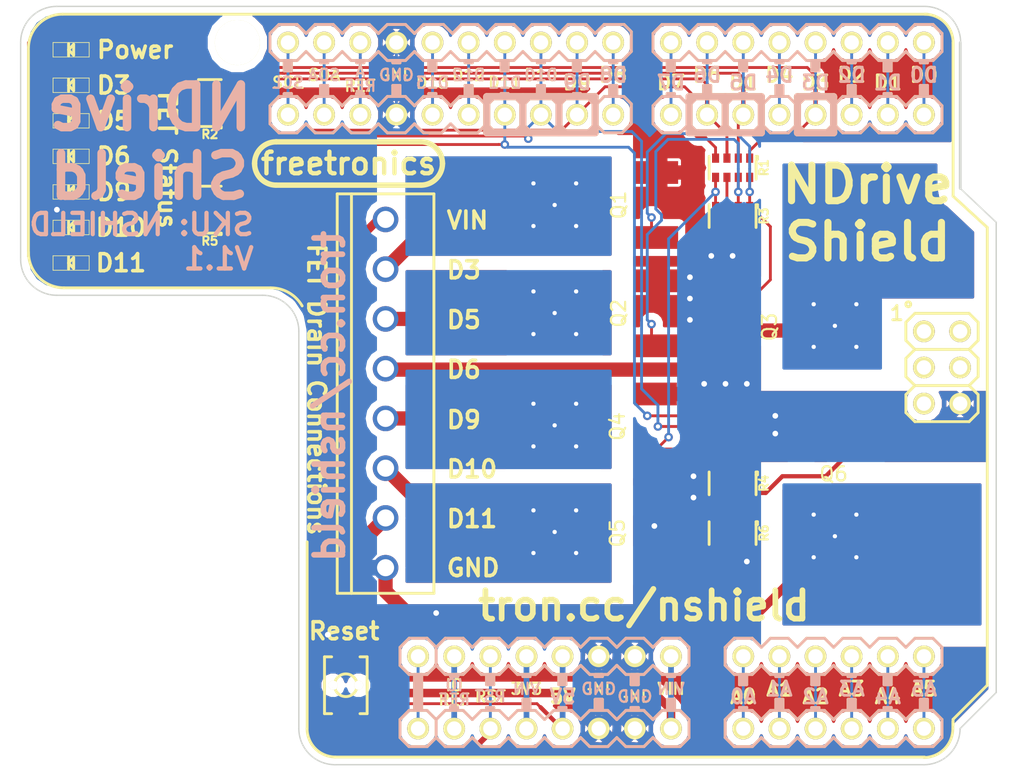
<source format=kicad_pcb>
(kicad_pcb (version 4) (host pcbnew "(2014-11-24 BZR 5301)-product")
  (layers (0 F.Cu signal) (31 B.Cu signal) (34 B.Paste user) (35 F.Paste user) (36 B.SilkS user) (37 F.SilkS user) (38 B.Mask user) (39 F.Mask user hide) (44 Edge.Cuts user))
  (net 0 "")
  (net 1 /GATE1)
  (net 2 /DRAIN1)
  (net 3 /GATE2)
  (net 4 /DRAIN2)
  (net 5 /GATE3)
  (net 6 /DRAIN3)
  (net 7 /GATE4)
  (net 8 /DRAIN4)
  (net 9 /GATE5)
  (net 10 /DRAIN5)
  (net 11 GND)
  (net 12 /D10)
  (net 13 /D9)
  (net 14 /D6)
  (net 15 /D5)
  (net 16 /D3)
  (net 17 /IORef)
  (net 18 +5V)
  (net 19 /D11)
  (net 20 /DRAIN6)
  (net 21 "Net-(LED1-PadA)")
  (net 22 "Net-(LED2-PadA)")
  (net 23 "Net-(LED3-PadA)")
  (net 24 "Net-(LED4-PadA)")
  (net 25 "Net-(LED5-PadA)")
  (net 26 "Net-(LED6-PadA)")
  (net 27 "Net-(LED7-PadA)")
  (net 28 /GATE6)
  (net 29 /RESET)
  (net 30 /VIN)
  (net 31 "Net-(SHIELD1-PadAD5)")
  (net 32 "Net-(SHIELD1-PadAD4)")
  (net 33 "Net-(SHIELD1-PadAD3)")
  (net 34 "Net-(SHIELD1-PadAD0)")
  (net 35 "Net-(SHIELD1-PadAD1)")
  (net 36 "Net-(SHIELD1-PadAD2)")
  (net 37 "Net-(SHIELD1-Pad3V3)")
  (net 38 "Net-(SHIELD1-Pad0)")
  (net 39 "Net-(SHIELD1-Pad1)")
  (net 40 "Net-(SHIELD1-Pad2)")
  (net 41 "Net-(SHIELD1-Pad4)")
  (net 42 "Net-(SHIELD1-Pad7)")
  (net 43 "Net-(SHIELD1-Pad8)")
  (net 44 "Net-(SHIELD1-Pad12)")
  (net 45 "Net-(SHIELD1-Pad13)")
  (net 46 "Net-(SHIELD1-PadAREF)")
  (net 47 "Net-(SHIELD1-PadSDA)")
  (net 48 "Net-(SHIELD1-PadSCL)")
  (net 49 "Net-(SHIELD1-PadNC)")
  (module TACTILE_SWITCH_SMD_2PIN_TINY (layer F.Cu) (at 194.31 92.202 90)
    (fp_text reference SW1)
    (fp_text value SW_PUSHBUTTON hide)
    (pad Hole np_thru_hole circle (at 0 -0.89916 90) (size 0.6477 0.6477) (drill 0.6477) (layers *.Cu *.Mask F.SilkS))
    (pad Hole np_thru_hole circle (at 0 0.89916 90) (size 0.6477 0.6477) (drill 0.6477) (layers *.Cu *.Mask F.SilkS))
    (pad 1 smd rect (at -2.04978 0 180) (size 1.39954 1.39954) (layers F.Cu F.Paste F.Mask) (net 29 /RESET))
    (pad 2 smd rect (at 2.04978 0 180) (size 1.39954 1.39954) (layers F.Cu F.Paste F.Mask) (net 11 GND))
  )
  (module LED-0603 (layer F.Cu) (at 175 47.5 180)
    (fp_text reference LED7)
    (fp_text value LED hide)
    (pad K smd rect (at 0.762 0 180) (size 0.762 0.762) (layers F.Cu F.Paste F.Mask) (net 11 GND))
    (pad A smd rect (at -0.762 0 180) (size 0.762 0.762) (layers F.Cu F.Paste F.Mask) (net 27 "Net-(LED7-PadA)"))
  )
  (module FT:TERMINALBLOCK_3.5MM_8 (layer F.Cu) (at 197.104 59.436 270)
    (fp_text reference JP5)
    (fp_text value M08)
    (pad 1 thru_hole oval (at 0 0 270) (size 1.79832 1.79832) (drill 1.19888) (layers *.Cu *.Mask) (net 30 /VIN))
    (pad 2 thru_hole oval (at 3.49758 0 270) (size 1.79832 1.79832) (drill 1.19888) (layers *.Cu *.Mask) (net 2 /DRAIN1))
    (pad 3 thru_hole oval (at 6.9977 0 270) (size 1.79832 1.79832) (drill 1.19888) (layers *.Cu *.Mask) (net 4 /DRAIN2))
    (pad 4 thru_hole oval (at 10.49782 0 270) (size 1.79832 1.79832) (drill 1.19888) (layers *.Cu *.Mask) (net 6 /DRAIN3))
    (pad 5 thru_hole oval (at 13.99794 0 270) (size 1.79832 1.79832) (drill 1.19888) (layers *.Cu *.Mask) (net 8 /DRAIN4))
    (pad 6 thru_hole oval (at 17.49806 0 270) (size 1.79832 1.79832) (drill 1.19888) (layers *.Cu *.Mask) (net 10 /DRAIN5))
    (pad 7 thru_hole oval (at 20.99818 0 270) (size 1.79832 1.79832) (drill 1.19888) (layers *.Cu *.Mask) (net 20 /DRAIN6))
    (pad 8 thru_hole oval (at 24.4983 0 270) (size 1.79832 1.79832) (drill 1.19888) (layers *.Cu *.Mask) (net 11 GND))
  )
  (module FT:LOGO_FREETRONICS (layer F.Cu) (at 194.5 55.5 180)
    (fp_text reference LOGO_FREETRONICS hide)
    (fp_text value val** hide)
    (fp_text user freetronics (at 0 0 360) (layer F.SilkS) (effects (font (thickness 0.3048))))
  )
  (module FT:MOSFET_DPAK (layer F.Cu) (at 228.6 78.74 90)
    (fp_text reference Q6 (at 1.4 0 180) (layer F.SilkS))
    (fp_text value NTD5867NLT4G hide)
    (pad D smd rect (at -3.1 0 90) (size 6.2 5.8) (layers F.Cu F.Paste F.Mask) (net 20 /DRAIN6))
    (pad G smd rect (at 4.08 2.286 90) (size 3 1.6) (layers F.Cu F.Paste F.Mask) (net 28 /GATE6))
    (pad S smd rect (at 4.08 -2.286 90) (size 3 1.6) (layers F.Cu F.Paste F.Mask) (net 11 GND))
  )
  (module FT:MOSFET_DPAK (layer F.Cu) (at 212.09 58.42)
    (fp_text reference Q1 (at 1.4 0 90) (layer F.SilkS))
    (fp_text value NTD5867NLT4G hide)
    (pad D smd rect (at -3.1 0) (size 6.2 5.8) (layers F.Cu F.Paste F.Mask) (net 2 /DRAIN1))
    (pad G smd rect (at 4.08 2.286) (size 3 1.6) (layers F.Cu F.Paste F.Mask) (net 1 /GATE1))
    (pad S smd rect (at 4.08 -2.286) (size 3 1.6) (layers F.Cu F.Paste F.Mask) (net 11 GND))
  )
  (module FT:MOSFET_DPAK (layer F.Cu) (at 212.09 66.04)
    (fp_text reference Q2 (at 1.4 0 90) (layer F.SilkS))
    (fp_text value NTD5867NLT4G hide)
    (pad D smd rect (at -3.1 0) (size 6.2 5.8) (layers F.Cu F.Paste F.Mask) (net 4 /DRAIN2))
    (pad G smd rect (at 4.08 2.286) (size 3 1.6) (layers F.Cu F.Paste F.Mask) (net 3 /GATE2))
    (pad S smd rect (at 4.08 -2.286) (size 3 1.6) (layers F.Cu F.Paste F.Mask) (net 11 GND))
  )
  (module FT:MOSFET_DPAK (layer F.Cu) (at 225.5 67 180)
    (fp_text reference Q3 (at 1.4 0 270) (layer F.SilkS))
    (fp_text value NTD5867NLT4G hide)
    (pad D smd rect (at -3.1 0 180) (size 6.2 5.8) (layers F.Cu F.Paste F.Mask) (net 6 /DRAIN3))
    (pad G smd rect (at 4.08 2.286 180) (size 3 1.6) (layers F.Cu F.Paste F.Mask) (net 5 /GATE3))
    (pad S smd rect (at 4.08 -2.286 180) (size 3 1.6) (layers F.Cu F.Paste F.Mask) (net 11 GND))
  )
  (module FT:MOSFET_DPAK (layer F.Cu) (at 212 74)
    (fp_text reference Q4 (at 1.4 0 90) (layer F.SilkS))
    (fp_text value NTD5867NLT4G hide)
    (pad D smd rect (at -3.1 0) (size 6.2 5.8) (layers F.Cu F.Paste F.Mask) (net 8 /DRAIN4))
    (pad G smd rect (at 4.08 2.286) (size 3 1.6) (layers F.Cu F.Paste F.Mask) (net 7 /GATE4))
    (pad S smd rect (at 4.08 -2.286) (size 3 1.6) (layers F.Cu F.Paste F.Mask) (net 11 GND))
  )
  (module FT:MOSFET_DPAK (layer F.Cu) (at 212 81.5)
    (fp_text reference Q5 (at 1.4 0 90) (layer F.SilkS))
    (fp_text value NTD5867NLT4G hide)
    (pad D smd rect (at -3.1 0) (size 6.2 5.8) (layers F.Cu F.Paste F.Mask) (net 10 /DRAIN5))
    (pad G smd rect (at 4.08 2.286) (size 3 1.6) (layers F.Cu F.Paste F.Mask) (net 9 /GATE5))
    (pad S smd rect (at 4.08 -2.286) (size 3 1.6) (layers F.Cu F.Paste F.Mask) (net 11 GND))
  )
  (module FT:RES_CAY16 (layer F.Cu) (at 184.75 51.25 90)
    (fp_text reference R2 (at -2.2 0 180) (layer F.SilkS) (effects (font (size 0.6 0.6))))
    (fp_text value 470R hide)
    (pad 2 smd rect (at -1.19888 -0.67564 90) (size 0.50038 0.65024) (layers F.Cu F.Paste F.Mask) (net 23 "Net-(LED3-PadA)"))
    (pad 4 smd rect (at -0.39878 -0.67564 90) (size 0.50038 0.65024) (layers F.Cu F.Paste F.Mask) (net 22 "Net-(LED2-PadA)"))
    (pad 8 smd rect (at 1.19888 -0.67564 90) (size 0.50038 0.65024) (layers F.Cu F.Paste F.Mask) (net 27 "Net-(LED7-PadA)"))
    (pad 6 smd rect (at 0.39878 -0.67564 90) (size 0.50038 0.65024) (layers F.Cu F.Paste F.Mask) (net 21 "Net-(LED1-PadA)"))
    (pad 5 smd rect (at 0.39878 0.67564 90) (size 0.50038 0.65024) (layers F.Cu F.Paste F.Mask) (net 16 /D3))
    (pad 7 smd rect (at 1.19888 0.67564 90) (size 0.50038 0.65024) (layers F.Cu F.Paste F.Mask) (net 18 +5V))
    (pad 3 smd rect (at -0.39878 0.67564 90) (size 0.50038 0.65024) (layers F.Cu F.Paste F.Mask) (net 15 /D5))
    (pad 1 smd rect (at -1.19888 0.67564 90) (size 0.50038 0.65024) (layers F.Cu F.Paste F.Mask) (net 14 /D6))
  )
  (module FT:RES_CAY16 (layer F.Cu) (at 221.5 59.2 180)
    (fp_text reference R3 (at -2.2 0 270) (layer F.SilkS) (effects (font (size 0.6 0.6))))
    (fp_text value 10K hide)
    (pad 2 smd rect (at -1.19888 -0.67564 180) (size 0.50038 0.65024) (layers F.Cu F.Paste F.Mask) (net 11 GND))
    (pad 4 smd rect (at -0.39878 -0.67564 180) (size 0.50038 0.65024) (layers F.Cu F.Paste F.Mask) (net 11 GND))
    (pad 8 smd rect (at 1.19888 -0.67564 180) (size 0.50038 0.65024) (layers F.Cu F.Paste F.Mask) (net 11 GND))
    (pad 6 smd rect (at 0.39878 -0.67564 180) (size 0.50038 0.65024) (layers F.Cu F.Paste F.Mask) (net 11 GND))
    (pad 5 smd rect (at 0.39878 0.67564 180) (size 0.50038 0.65024) (layers F.Cu F.Paste F.Mask) (net 5 /GATE3))
    (pad 7 smd rect (at 1.19888 0.67564 180) (size 0.50038 0.65024) (layers F.Cu F.Paste F.Mask) (net 7 /GATE4))
    (pad 3 smd rect (at -0.39878 0.67564 180) (size 0.50038 0.65024) (layers F.Cu F.Paste F.Mask) (net 3 /GATE2))
    (pad 1 smd rect (at -1.19888 0.67564 180) (size 0.50038 0.65024) (layers F.Cu F.Paste F.Mask) (net 1 /GATE1))
  )
  (module FT:RES_CAY16 (layer F.Cu) (at 221.5 78 180)
    (fp_text reference R4 (at -2.2 0 270) (layer F.SilkS) (effects (font (size 0.6 0.6))))
    (fp_text value 1K hide)
    (pad 2 smd rect (at -1.19888 -0.67564 180) (size 0.50038 0.65024) (layers F.Cu F.Paste F.Mask) (net 28 /GATE6))
    (pad 4 smd rect (at -0.39878 -0.67564 180) (size 0.50038 0.65024) (layers F.Cu F.Paste F.Mask) (net 9 /GATE5))
    (pad 8 smd rect (at 1.19888 -0.67564 180) (size 0.50038 0.65024) (layers F.Cu F.Paste F.Mask))
    (pad 6 smd rect (at 0.39878 -0.67564 180) (size 0.50038 0.65024) (layers F.Cu F.Paste F.Mask))
    (pad 5 smd rect (at 0.39878 0.67564 180) (size 0.50038 0.65024) (layers F.Cu F.Paste F.Mask))
    (pad 7 smd rect (at 1.19888 0.67564 180) (size 0.50038 0.65024) (layers F.Cu F.Paste F.Mask))
    (pad 3 smd rect (at -0.39878 0.67564 180) (size 0.50038 0.65024) (layers F.Cu F.Paste F.Mask) (net 12 /D10))
    (pad 1 smd rect (at -1.19888 0.67564 180) (size 0.50038 0.65024) (layers F.Cu F.Paste F.Mask) (net 19 /D11))
  )
  (module FT:RES_CAY16 (layer F.Cu) (at 184.75 58.75 90)
    (fp_text reference R5 (at -2.2 0 180) (layer F.SilkS) (effects (font (size 0.6 0.6))))
    (fp_text value 470R hide)
    (pad 2 smd rect (at -1.19888 -0.67564 90) (size 0.50038 0.65024) (layers F.Cu F.Paste F.Mask) (net 26 "Net-(LED6-PadA)"))
    (pad 4 smd rect (at -0.39878 -0.67564 90) (size 0.50038 0.65024) (layers F.Cu F.Paste F.Mask) (net 25 "Net-(LED5-PadA)"))
    (pad 8 smd rect (at 1.19888 -0.67564 90) (size 0.50038 0.65024) (layers F.Cu F.Paste F.Mask))
    (pad 6 smd rect (at 0.39878 -0.67564 90) (size 0.50038 0.65024) (layers F.Cu F.Paste F.Mask) (net 24 "Net-(LED4-PadA)"))
    (pad 5 smd rect (at 0.39878 0.67564 90) (size 0.50038 0.65024) (layers F.Cu F.Paste F.Mask) (net 13 /D9))
    (pad 7 smd rect (at 1.19888 0.67564 90) (size 0.50038 0.65024) (layers F.Cu F.Paste F.Mask))
    (pad 3 smd rect (at -0.39878 0.67564 90) (size 0.50038 0.65024) (layers F.Cu F.Paste F.Mask) (net 12 /D10))
    (pad 1 smd rect (at -1.19888 0.67564 90) (size 0.50038 0.65024) (layers F.Cu F.Paste F.Mask) (net 19 /D11))
  )
  (module FT:RES_CAY16 (layer F.Cu) (at 221.5 81.5 180)
    (fp_text reference R6 (at -2.2 0 270) (layer F.SilkS) (effects (font (size 0.6 0.6))))
    (fp_text value 10K hide)
    (pad 2 smd rect (at -1.19888 -0.67564 180) (size 0.50038 0.65024) (layers F.Cu F.Paste F.Mask) (net 11 GND))
    (pad 4 smd rect (at -0.39878 -0.67564 180) (size 0.50038 0.65024) (layers F.Cu F.Paste F.Mask) (net 11 GND))
    (pad 8 smd rect (at 1.19888 -0.67564 180) (size 0.50038 0.65024) (layers F.Cu F.Paste F.Mask))
    (pad 6 smd rect (at 0.39878 -0.67564 180) (size 0.50038 0.65024) (layers F.Cu F.Paste F.Mask))
    (pad 5 smd rect (at 0.39878 0.67564 180) (size 0.50038 0.65024) (layers F.Cu F.Paste F.Mask))
    (pad 7 smd rect (at 1.19888 0.67564 180) (size 0.50038 0.65024) (layers F.Cu F.Paste F.Mask))
    (pad 3 smd rect (at -0.39878 0.67564 180) (size 0.50038 0.65024) (layers F.Cu F.Paste F.Mask) (net 9 /GATE5))
    (pad 1 smd rect (at -1.19888 0.67564 180) (size 0.50038 0.65024) (layers F.Cu F.Paste F.Mask) (net 28 /GATE6))
  )
  (module FT:RES_CAY16 (layer F.Cu) (at 221.5 55.8 180)
    (fp_text reference R1 (at -2.2 0 270) (layer F.SilkS) (effects (font (size 0.6 0.6))))
    (fp_text value 1K hide)
    (pad 2 smd rect (at -1.19888 -0.67564 180) (size 0.50038 0.65024) (layers F.Cu F.Paste F.Mask) (net 1 /GATE1))
    (pad 4 smd rect (at -0.39878 -0.67564 180) (size 0.50038 0.65024) (layers F.Cu F.Paste F.Mask) (net 3 /GATE2))
    (pad 8 smd rect (at 1.19888 -0.67564 180) (size 0.50038 0.65024) (layers F.Cu F.Paste F.Mask) (net 7 /GATE4))
    (pad 6 smd rect (at 0.39878 -0.67564 180) (size 0.50038 0.65024) (layers F.Cu F.Paste F.Mask) (net 5 /GATE3))
    (pad 5 smd rect (at 0.39878 0.67564 180) (size 0.50038 0.65024) (layers F.Cu F.Paste F.Mask) (net 14 /D6))
    (pad 7 smd rect (at 1.19888 0.67564 180) (size 0.50038 0.65024) (layers F.Cu F.Paste F.Mask) (net 13 /D9))
    (pad 3 smd rect (at -0.39878 0.67564 180) (size 0.50038 0.65024) (layers F.Cu F.Paste F.Mask) (net 15 /D5))
    (pad 1 smd rect (at -1.19888 0.67564 180) (size 0.50038 0.65024) (layers F.Cu F.Paste F.Mask) (net 16 /D3))
  )
  (module FT:LED-0603 (layer F.Cu) (at 175 50 180)
    (fp_text reference LED1)
    (fp_text value LED hide)
    (pad K smd rect (at 0.762 0 180) (size 0.762 0.762) (layers F.Cu F.Paste F.Mask) (net 11 GND))
    (pad A smd rect (at -0.762 0 180) (size 0.762 0.762) (layers F.Cu F.Paste F.Mask) (net 21 "Net-(LED1-PadA)"))
  )
  (module FT:LED-0603 (layer F.Cu) (at 175 52.5 180)
    (fp_text reference LED2)
    (fp_text value LED hide)
    (pad K smd rect (at 0.762 0 180) (size 0.762 0.762) (layers F.Cu F.Paste F.Mask) (net 11 GND))
    (pad A smd rect (at -0.762 0 180) (size 0.762 0.762) (layers F.Cu F.Paste F.Mask) (net 22 "Net-(LED2-PadA)"))
  )
  (module FT:LED-0603 (layer F.Cu) (at 175 55 180)
    (fp_text reference LED3)
    (fp_text value LED hide)
    (pad K smd rect (at 0.762 0 180) (size 0.762 0.762) (layers F.Cu F.Paste F.Mask) (net 11 GND))
    (pad A smd rect (at -0.762 0 180) (size 0.762 0.762) (layers F.Cu F.Paste F.Mask) (net 23 "Net-(LED3-PadA)"))
  )
  (module FT:LED-0603 (layer F.Cu) (at 175 57.5 180)
    (fp_text reference LED4)
    (fp_text value LED hide)
    (pad K smd rect (at 0.762 0 180) (size 0.762 0.762) (layers F.Cu F.Paste F.Mask) (net 11 GND))
    (pad A smd rect (at -0.762 0 180) (size 0.762 0.762) (layers F.Cu F.Paste F.Mask) (net 24 "Net-(LED4-PadA)"))
  )
  (module FT:LED-0603 (layer F.Cu) (at 175 60 180)
    (fp_text reference LED5)
    (fp_text value LED hide)
    (pad K smd rect (at 0.762 0 180) (size 0.762 0.762) (layers F.Cu F.Paste F.Mask) (net 11 GND))
    (pad A smd rect (at -0.762 0 180) (size 0.762 0.762) (layers F.Cu F.Paste F.Mask) (net 25 "Net-(LED5-PadA)"))
  )
  (module FT:LED-0603 (layer F.Cu) (at 175 62.5 180)
    (fp_text reference LED6)
    (fp_text value LED hide)
    (pad K smd rect (at 0.762 0 180) (size 0.762 0.762) (layers F.Cu F.Paste F.Mask) (net 11 GND))
    (pad A smd rect (at -0.762 0 180) (size 0.762 0.762) (layers F.Cu F.Paste F.Mask) (net 26 "Net-(LED6-PadA)"))
  )
  (module FT:ARDUINO_SHIELD_ROUNDPADS_BREAKOUT (layer F.Cu) (at 171.45 97.79)
    (fp_text reference SHIELD1 hide)
    (fp_text value ARDUINO_SHIELD hide)
    (fp_text user IO (at 30.48 -5.588) (layer B.SilkS) (effects (font (size 0.8 0.8)) (justify mirror)))
    (fp_text user IO (at 30.48 -5.588) (layer F.SilkS) (effects (font (size 0.8 0.8))))
    (fp_text user REF (at 30.48 -4.572) (layer B.SilkS) (effects (font (size 0.8 0.8)) (justify mirror)))
    (fp_text user REF (at 30.48 -4.572) (layer F.SilkS) (effects (font (size 0.8 0.8))))
    (fp_text user RST (at 33.02 -4.795) (layer F.SilkS) (effects (font (size 0.8 0.8))))
    (fp_text user RST (at 33.02 -4.795) (layer B.SilkS) (effects (font (size 0.8 0.8)) (justify mirror)))
    (fp_text user 3V3 (at 35.56 -5.334) (layer F.SilkS) (effects (font (size 0.8 0.8))))
    (fp_text user VIN (at 35.56 -5.334) (layer B.SilkS) (effects (font (size 0.8 0.8)) (justify mirror)))
    (fp_text user 5V (at 38.1 -4.795) (layer F.SilkS) (effects (font (thickness 0.2))))
    (fp_text user 5V (at 38.1 -4.795) (layer B.SilkS) (effects (font (thickness 0.2)) (justify mirror)))
    (fp_text user GND (at 40.64 -5.334) (layer F.SilkS) (effects (font (size 0.8 0.8))))
    (fp_text user GND (at 40.64 -5.334) (layer B.SilkS) (effects (font (size 0.8 0.8)) (justify mirror)))
    (fp_text user VIN (at 45.72 -5.334) (layer B.SilkS) (effects (font (size 0.8 0.8)) (justify mirror)))
    (fp_text user VIN (at 45.72 -5.334) (layer F.SilkS) (effects (font (size 0.8 0.8))))
    (fp_text user GND (at 43.18 -4.795) (layer B.SilkS) (effects (font (size 0.8 0.8)) (justify mirror)))
    (fp_text user GND (at 43.18 -4.795) (layer F.SilkS) (effects (font (size 0.8 0.8))))
    (fp_text user A0 (at 50.8 -4.795) (layer F.SilkS) (effects (font (thickness 0.2))))
    (fp_text user A0 (at 50.8 -4.795) (layer B.SilkS) (effects (font (thickness 0.2)) (justify mirror)))
    (fp_text user A1 (at 53.34 -5.334) (layer F.SilkS) (effects (font (thickness 0.2))))
    (fp_text user A1 (at 53.34 -5.334) (layer B.SilkS) (effects (font (thickness 0.2)) (justify mirror)))
    (fp_text user A3 (at 58.42 -5.334) (layer B.SilkS) (effects (font (thickness 0.2)) (justify mirror)))
    (fp_text user A3 (at 58.42 -5.334) (layer F.SilkS) (effects (font (thickness 0.2))))
    (fp_text user A2 (at 55.88 -4.795) (layer B.SilkS) (effects (font (thickness 0.2)) (justify mirror)))
    (fp_text user A2 (at 55.88 -4.795) (layer F.SilkS) (effects (font (thickness 0.2))))
    (fp_text user A4 (at 60.96 -4.795) (layer F.SilkS) (effects (font (thickness 0.2))))
    (fp_text user A4 (at 60.96 -4.795) (layer B.SilkS) (effects (font (thickness 0.2)) (justify mirror)))
    (fp_text user A5 (at 63.5 -5.334) (layer F.SilkS) (effects (font (thickness 0.2))))
    (fp_text user A5 (at 63.5 -5.334) (layer B.SilkS) (effects (font (thickness 0.2)) (justify mirror)))
    (fp_text user A (at 23.876 -48.768) (layer B.SilkS) (effects (font (size 0.8 0.8)) (justify mirror)))
    (fp_text user A (at 23.876 -48.768) (layer F.SilkS) (effects (font (size 0.8 0.8))))
    (fp_text user SDA (at 21.336 -48.514) (layer B.SilkS) (effects (font (size 0.8 0.8)) (justify mirror)))
    (fp_text user SDA (at 21.336 -48.514) (layer F.SilkS) (effects (font (size 0.8 0.8))))
    (fp_text user SCL (at 18.796 -47.975) (layer B.SilkS) (effects (font (size 0.8 0.8)) (justify mirror)))
    (fp_text user SCL (at 18.796 -47.975) (layer F.SilkS) (effects (font (size 0.8 0.8))))
    (fp_text user REF (at 23.876 -47.752) (layer F.SilkS) (effects (font (size 0.8 0.8))))
    (fp_text user REF (at 23.876 -47.752) (layer B.SilkS) (effects (font (size 0.8 0.8)) (justify mirror)))
    (fp_text user GND (at 26.416 -48.514) (layer F.SilkS) (effects (font (size 0.8 0.8))))
    (fp_text user GND (at 26.416 -48.514) (layer B.SilkS) (effects (font (size 0.8 0.8)) (justify mirror)))
    (fp_text user D12 (at 31.496 -48.514) (layer B.SilkS) (effects (font (size 0.8 0.8)) (justify mirror)))
    (fp_text user D12 (at 31.496 -48.514) (layer F.SilkS) (effects (font (size 0.8 0.8))))
    (fp_text user D13 (at 28.956 -47.975) (layer B.SilkS) (effects (font (size 0.8 0.8)) (justify mirror)))
    (fp_text user D13 (at 28.956 -47.975) (layer F.SilkS) (effects (font (size 0.8 0.8))))
    (fp_text user D11 (at 34.036 -47.975) (layer F.SilkS) (effects (font (size 0.8 0.8))))
    (fp_text user D11 (at 34.036 -47.975) (layer B.SilkS) (effects (font (size 0.8 0.8)) (justify mirror)))
    (fp_text user D10 (at 36.576 -48.514) (layer F.SilkS) (effects (font (size 0.8 0.8))))
    (fp_text user D10 (at 36.576 -48.514) (layer B.SilkS) (effects (font (size 0.8 0.8)) (justify mirror)))
    (fp_text user D8 (at 41.656 -48.514) (layer B.SilkS) (effects (font (thickness 0.2)) (justify mirror)))
    (fp_text user D8 (at 41.656 -48.514) (layer F.SilkS) (effects (font (thickness 0.2))))
    (fp_text user D9 (at 39.116 -48.006 180) (layer B.SilkS) (effects (font (thickness 0.2)) (justify mirror)))
    (fp_text user D9 (at 39.116 -47.975) (layer F.SilkS) (effects (font (thickness 0.2))))
    (fp_text user D7 (at 45.72 -47.975) (layer F.SilkS) (effects (font (thickness 0.2))))
    (fp_text user D7 (at 45.72 -47.975) (layer B.SilkS) (effects (font (thickness 0.2)) (justify mirror)))
    (fp_text user D6 (at 48.26 -48.514) (layer F.SilkS) (effects (font (thickness 0.2))))
    (fp_text user D6 (at 48.26 -48.514) (layer B.SilkS) (effects (font (thickness 0.2)) (justify mirror)))
    (fp_text user D4 (at 53.34 -48.514) (layer B.SilkS) (effects (font (thickness 0.2)) (justify mirror)))
    (fp_text user D4 (at 53.34 -48.514) (layer F.SilkS) (effects (font (thickness 0.2))))
    (fp_text user D5 (at 50.8 -47.975) (layer B.SilkS) (effects (font (thickness 0.2)) (justify mirror)))
    (fp_text user D1 (at 50.8 -47.975) (layer F.SilkS) (effects (font (thickness 0.2))))
    (fp_text user D3 (at 55.88 -47.975) (layer F.SilkS) (effects (font (thickness 0.2))))
    (fp_text user D3 (at 55.88 -47.975) (layer B.SilkS) (effects (font (thickness 0.2)) (justify mirror)))
    (fp_text user D2 (at 58.42 -48.514) (layer F.SilkS) (effects (font (thickness 0.2))))
    (fp_text user D2 (at 58.42 -48.514) (layer B.SilkS) (effects (font (thickness 0.2)) (justify mirror)))
    (fp_text user D0 (at 63.5 -48.514) (layer B.SilkS) (effects (font (thickness 0.2)) (justify mirror)))
    (fp_text user D0 (at 63.5 -48.514) (layer F.SilkS) (effects (font (thickness 0.2))))
    (fp_text user D1 (at 60.96 -47.975) (layer B.SilkS) (effects (font (thickness 0.2)) (justify mirror)))
    (fp_text user D1 (at 60.96 -47.975) (layer F.SilkS) (effects (font (thickness 0.2))))
    (fp_text user 1 (at 61.595 -31.75) (layer F.SilkS) (effects (font (thickness 0.2))))
    (pad AD5 thru_hole circle (at 63.5 -2.54 90) (size 1.524 1.524) (drill 1.016) (layers *.Cu *.Mask F.SilkS) (net 31 "Net-(SHIELD1-PadAD5)"))
    (pad AD4 thru_hole circle (at 60.96 -2.54 90) (size 1.524 1.524) (drill 1.016) (layers *.Cu *.Mask F.SilkS) (net 32 "Net-(SHIELD1-PadAD4)"))
    (pad AD3 thru_hole circle (at 58.42 -2.54 90) (size 1.524 1.524) (drill 1.016) (layers *.Cu *.Mask F.SilkS) (net 33 "Net-(SHIELD1-PadAD3)"))
    (pad AD0 thru_hole circle (at 50.8 -2.54 90) (size 1.524 1.524) (drill 1.016) (layers *.Cu *.Mask F.SilkS) (net 34 "Net-(SHIELD1-PadAD0)"))
    (pad AD1 thru_hole circle (at 53.34 -2.54 90) (size 1.524 1.524) (drill 1.016) (layers *.Cu *.Mask F.SilkS) (net 35 "Net-(SHIELD1-PadAD1)"))
    (pad AD2 thru_hole circle (at 55.88 -2.54 90) (size 1.524 1.524) (drill 1.016) (layers *.Cu *.Mask F.SilkS) (net 36 "Net-(SHIELD1-PadAD2)"))
    (pad V_IN thru_hole circle (at 45.72 -2.54 90) (size 1.524 1.524) (drill 1.016) (layers *.Cu *.Mask F.SilkS) (net 30 /VIN))
    (pad GND2 thru_hole circle (at 43.18 -2.54 90) (size 1.524 1.524) (drill 1.016) (layers *.Cu *.Mask F.SilkS) (net 11 GND))
    (pad GND1 thru_hole circle (at 40.64 -2.54 90) (size 1.524 1.524) (drill 1.016) (layers *.Cu *.Mask F.SilkS) (net 11 GND))
    (pad 3V3 thru_hole circle (at 35.56 -2.54 90) (size 1.524 1.524) (drill 1.016) (layers *.Cu *.Mask F.SilkS) (net 37 "Net-(SHIELD1-Pad3V3)"))
    (pad RST thru_hole circle (at 33.02 -2.54 90) (size 1.524 1.524) (drill 1.016) (layers *.Cu *.Mask F.SilkS) (net 29 /RESET))
    (pad 0 thru_hole circle (at 63.5 -50.8 90) (size 1.524 1.524) (drill 1.016) (layers *.Cu *.Mask F.SilkS) (net 38 "Net-(SHIELD1-Pad0)"))
    (pad 1 thru_hole circle (at 60.96 -50.8 90) (size 1.524 1.524) (drill 1.016) (layers *.Cu *.Mask F.SilkS) (net 39 "Net-(SHIELD1-Pad1)"))
    (pad 2 thru_hole circle (at 58.42 -50.8 90) (size 1.524 1.524) (drill 1.016) (layers *.Cu *.Mask F.SilkS) (net 40 "Net-(SHIELD1-Pad2)"))
    (pad 3 thru_hole circle (at 55.88 -50.8 90) (size 1.524 1.524) (drill 1.016) (layers *.Cu *.Mask F.SilkS) (net 16 /D3))
    (pad 4 thru_hole circle (at 53.34 -50.8 90) (size 1.524 1.524) (drill 1.016) (layers *.Cu *.Mask F.SilkS) (net 41 "Net-(SHIELD1-Pad4)"))
    (pad 5 thru_hole circle (at 50.8 -50.8 90) (size 1.524 1.524) (drill 1.016) (layers *.Cu *.Mask F.SilkS) (net 15 /D5))
    (pad 6 thru_hole circle (at 48.26 -50.8 90) (size 1.524 1.524) (drill 1.016) (layers *.Cu *.Mask F.SilkS) (net 14 /D6))
    (pad 7 thru_hole circle (at 45.72 -50.8 90) (size 1.524 1.524) (drill 1.016) (layers *.Cu *.Mask F.SilkS) (net 42 "Net-(SHIELD1-Pad7)"))
    (pad 8 thru_hole circle (at 41.656 -50.8 90) (size 1.524 1.524) (drill 1.016) (layers *.Cu *.Mask F.SilkS) (net 43 "Net-(SHIELD1-Pad8)"))
    (pad 9 thru_hole circle (at 39.116 -50.8 90) (size 1.524 1.524) (drill 1.016) (layers *.Cu *.Mask F.SilkS) (net 13 /D9))
    (pad 10 thru_hole circle (at 36.576 -50.8 90) (size 1.524 1.524) (drill 1.016) (layers *.Cu *.Mask F.SilkS) (net 12 /D10))
    (pad 11 thru_hole circle (at 34.036 -50.8 90) (size 1.524 1.524) (drill 1.016) (layers *.Cu *.Mask F.SilkS) (net 19 /D11))
    (pad 12 thru_hole circle (at 31.496 -50.8 90) (size 1.524 1.524) (drill 1.016) (layers *.Cu *.Mask F.SilkS) (net 44 "Net-(SHIELD1-Pad12)"))
    (pad 13 thru_hole circle (at 28.956 -50.8 90) (size 1.524 1.524) (drill 1.016) (layers *.Cu *.Mask F.SilkS) (net 45 "Net-(SHIELD1-Pad13)"))
    (pad GND3 thru_hole circle (at 26.416 -50.8 90) (size 1.524 1.524) (drill 1.016) (layers *.Cu *.Mask F.SilkS) (net 11 GND))
    (pad AREF thru_hole circle (at 23.876 -50.8 90) (size 1.524 1.524) (drill 1.016) (layers *.Cu *.Mask F.SilkS) (net 46 "Net-(SHIELD1-PadAREF)"))
    (pad 5V thru_hole circle (at 38.1 -2.54 90) (size 1.524 1.524) (drill 1.016) (layers *.Cu *.Mask F.SilkS) (net 18 +5V))
    (pad "" np_thru_hole circle (at 15.24 -50.8 90) (size 3.175 3.175) (drill 3.175) (layers *.Cu *.Mask F.SilkS))
    (pad SDA thru_hole circle (at 21.336 -50.8 90) (size 1.524 1.524) (drill 1.016) (layers *.Cu *.Mask F.SilkS) (net 47 "Net-(SHIELD1-PadSDA)"))
    (pad SCL thru_hole circle (at 18.796 -50.8 90) (size 1.524 1.524) (drill 1.016) (layers *.Cu *.Mask F.SilkS) (net 48 "Net-(SHIELD1-PadSCL)"))
    (pad IO_R thru_hole circle (at 30.48 -2.54 90) (size 1.524 1.524) (drill 1.016) (layers *.Cu *.Mask F.SilkS) (net 17 /IORef))
    (pad NC thru_hole circle (at 27.94 -2.54 90) (size 1.524 1.524) (drill 1.016) (layers *.Cu *.Mask F.SilkS) (net 49 "Net-(SHIELD1-PadNC)"))
    (pad SP1 thru_hole circle (at 63.5 -30.48 90) (size 1.524 1.524) (drill 1.016) (layers *.Cu *.Mask F.SilkS))
    (pad SP2 thru_hole circle (at 66.04 -30.48 90) (size 1.524 1.524) (drill 1.016) (layers *.Cu *.Mask F.SilkS))
    (pad SP3 thru_hole circle (at 63.5 -27.94 90) (size 1.524 1.524) (drill 1.016) (layers *.Cu *.Mask F.SilkS))
    (pad SP4 thru_hole circle (at 66.04 -27.94 90) (size 1.524 1.524) (drill 1.016) (layers *.Cu *.Mask F.SilkS))
    (pad SP5 thru_hole circle (at 63.5 -25.4 90) (size 1.524 1.524) (drill 1.016) (layers *.Cu *.Mask F.SilkS))
    (pad SP6 thru_hole circle (at 66.04 -25.4 90) (size 1.524 1.524) (drill 1.016) (layers *.Cu *.Mask F.SilkS) (net 11 GND))
    (pad 0 thru_hole circle (at 63.5 -45.72 90) (size 1.524 1.524) (drill 1.016) (layers *.Cu *.Mask F.SilkS) (net 38 "Net-(SHIELD1-Pad0)"))
    (pad 1 thru_hole circle (at 60.96 -45.72 90) (size 1.524 1.524) (drill 1.016) (layers *.Cu *.Mask F.SilkS) (net 39 "Net-(SHIELD1-Pad1)"))
    (pad 2 thru_hole circle (at 58.42 -45.72 90) (size 1.524 1.524) (drill 1.016) (layers *.Cu *.Mask F.SilkS) (net 40 "Net-(SHIELD1-Pad2)"))
    (pad 3 thru_hole circle (at 55.88 -45.72 90) (size 1.524 1.524) (drill 1.016) (layers *.Cu *.Mask F.SilkS) (net 16 /D3))
    (pad 4 thru_hole circle (at 53.34 -45.72 90) (size 1.524 1.524) (drill 1.016) (layers *.Cu *.Mask F.SilkS) (net 41 "Net-(SHIELD1-Pad4)"))
    (pad 5 thru_hole circle (at 50.8 -45.72 90) (size 1.524 1.524) (drill 1.016) (layers *.Cu *.Mask F.SilkS) (net 15 /D5))
    (pad 6 thru_hole circle (at 48.26 -45.72 90) (size 1.524 1.524) (drill 1.016) (layers *.Cu *.Mask F.SilkS) (net 14 /D6))
    (pad 7 thru_hole circle (at 45.72 -45.72 90) (size 1.524 1.524) (drill 1.016) (layers *.Cu *.Mask F.SilkS) (net 42 "Net-(SHIELD1-Pad7)"))
    (pad 8 thru_hole circle (at 41.656 -45.72 90) (size 1.524 1.524) (drill 1.016) (layers *.Cu *.Mask F.SilkS) (net 43 "Net-(SHIELD1-Pad8)"))
    (pad 9 thru_hole circle (at 39.116 -45.72 90) (size 1.524 1.524) (drill 1.016) (layers *.Cu *.Mask F.SilkS) (net 13 /D9))
    (pad 10 thru_hole circle (at 36.576 -45.72 90) (size 1.524 1.524) (drill 1.016) (layers *.Cu *.Mask F.SilkS) (net 12 /D10))
    (pad 11 thru_hole circle (at 34.036 -45.72 90) (size 1.524 1.524) (drill 1.016) (layers *.Cu *.Mask F.SilkS) (net 19 /D11))
    (pad 12 thru_hole circle (at 31.496 -45.72 90) (size 1.524 1.524) (drill 1.016) (layers *.Cu *.Mask F.SilkS) (net 44 "Net-(SHIELD1-Pad12)"))
    (pad 13 thru_hole circle (at 28.956 -45.72 90) (size 1.524 1.524) (drill 1.016) (layers *.Cu *.Mask F.SilkS) (net 45 "Net-(SHIELD1-Pad13)"))
    (pad GND3 thru_hole circle (at 26.416 -45.72 90) (size 1.524 1.524) (drill 1.016) (layers *.Cu *.Mask F.SilkS) (net 11 GND))
    (pad AREF thru_hole circle (at 23.876 -45.72 90) (size 1.524 1.524) (drill 1.016) (layers *.Cu *.Mask F.SilkS) (net 46 "Net-(SHIELD1-PadAREF)"))
    (pad SDA thru_hole circle (at 21.336 -45.72 90) (size 1.524 1.524) (drill 1.016) (layers *.Cu *.Mask F.SilkS) (net 47 "Net-(SHIELD1-PadSDA)"))
    (pad SCL thru_hole circle (at 18.796 -45.72 90) (size 1.524 1.524) (drill 1.016) (layers *.Cu *.Mask F.SilkS) (net 48 "Net-(SHIELD1-PadSCL)"))
    (pad 5V thru_hole circle (at 38.1 -7.62 90) (size 1.524 1.524) (drill 1.016) (layers *.Cu *.Mask F.SilkS) (net 18 +5V))
    (pad AD5 thru_hole circle (at 63.5 -7.62 90) (size 1.524 1.524) (drill 1.016) (layers *.Cu *.Mask F.SilkS) (net 31 "Net-(SHIELD1-PadAD5)"))
    (pad AD4 thru_hole circle (at 60.96 -7.62 90) (size 1.524 1.524) (drill 1.016) (layers *.Cu *.Mask F.SilkS) (net 32 "Net-(SHIELD1-PadAD4)"))
    (pad AD3 thru_hole circle (at 58.42 -7.62 90) (size 1.524 1.524) (drill 1.016) (layers *.Cu *.Mask F.SilkS) (net 33 "Net-(SHIELD1-PadAD3)"))
    (pad AD0 thru_hole circle (at 50.8 -7.62 90) (size 1.524 1.524) (drill 1.016) (layers *.Cu *.Mask F.SilkS) (net 34 "Net-(SHIELD1-PadAD0)"))
    (pad AD1 thru_hole circle (at 53.34 -7.62 90) (size 1.524 1.524) (drill 1.016) (layers *.Cu *.Mask F.SilkS) (net 35 "Net-(SHIELD1-PadAD1)"))
    (pad AD2 thru_hole circle (at 55.88 -7.62 90) (size 1.524 1.524) (drill 1.016) (layers *.Cu *.Mask F.SilkS) (net 36 "Net-(SHIELD1-PadAD2)"))
    (pad V_IN thru_hole circle (at 45.72 -7.62 90) (size 1.524 1.524) (drill 1.016) (layers *.Cu *.Mask F.SilkS) (net 30 /VIN))
    (pad GND2 thru_hole circle (at 43.18 -7.62 90) (size 1.524 1.524) (drill 1.016) (layers *.Cu *.Mask F.SilkS) (net 11 GND))
    (pad GND1 thru_hole circle (at 40.64 -7.62 90) (size 1.524 1.524) (drill 1.016) (layers *.Cu *.Mask F.SilkS) (net 11 GND))
    (pad 3V3 thru_hole circle (at 35.56 -7.62 90) (size 1.524 1.524) (drill 1.016) (layers *.Cu *.Mask F.SilkS) (net 37 "Net-(SHIELD1-Pad3V3)"))
    (pad RST thru_hole circle (at 33.02 -7.62 90) (size 1.524 1.524) (drill 1.016) (layers *.Cu *.Mask F.SilkS) (net 29 /RESET))
    (pad IO_R thru_hole circle (at 30.48 -7.62 90) (size 1.524 1.524) (drill 1.016) (layers *.Cu *.Mask F.SilkS) (net 17 /IORef))
    (pad NC thru_hole circle (at 27.94 -7.62 90) (size 1.524 1.524) (drill 1.016) (layers *.Cu *.Mask F.SilkS) (net 49 "Net-(SHIELD1-PadNC)"))
  )
  (gr_line (start 223.52 50.8) (end 223.52 53.34) (angle 90) (layer B.SilkS) (width 0.5))
  (gr_line (start 191.5922 95.25) (end 191.5922 82.1182) (angle 90) (layer F.SilkS) (width 0.2))
  (gr_arc (start 189.0395 66.7893) (end 189.0395 64.2493) (angle 60) (layer F.SilkS) (width 0.2))
  (gr_text Reset (at 194.183 88.392) (layer F.SilkS) (effects (font (size 1.2 1.2) (thickness 0.25))))
  (gr_line (start 209.296 52.705) (end 209.296 51.435) (angle 90) (layer B.SilkS) (width 0.2))
  (gr_line (start 207.391 53.34) (end 208.661 53.34) (angle 90) (layer B.SilkS) (width 0.2))
  (gr_line (start 220.98 50.8) (end 220.98 53.34) (angle 90) (layer B.SilkS) (width 0.5))
  (gr_line (start 220.98 50.8) (end 220.98 53.34) (angle 90) (layer F.SilkS) (width 0.5))
  (gr_line (start 223.52 53.34) (end 223.52 50.8) (angle 90) (layer F.SilkS) (width 0.5))
  (gr_line (start 218.44 53.34) (end 223.52 53.34) (angle 90) (layer F.SilkS) (width 0.5))
  (gr_line (start 218.44 50.8) (end 218.44 53.34) (angle 90) (layer F.SilkS) (width 0.5))
  (gr_line (start 223.52 50.8) (end 218.44 50.8) (angle 90) (layer F.SilkS) (width 0.5))
  (gr_line (start 228.6 53.34) (end 228.6 50.8) (angle 90) (layer F.SilkS) (width 0.5))
  (gr_line (start 226.06 53.34) (end 228.6 53.34) (angle 90) (layer F.SilkS) (width 0.5))
  (gr_line (start 226.06 50.8) (end 226.06 53.34) (angle 90) (layer F.SilkS) (width 0.5))
  (gr_line (start 228.6 50.8) (end 226.06 50.8) (angle 90) (layer F.SilkS) (width 0.5))
  (gr_line (start 209.296 50.8) (end 209.296 53.34) (angle 90) (layer B.SilkS) (width 0.5))
  (gr_line (start 206.756 50.8) (end 206.756 53.34) (angle 90) (layer B.SilkS) (width 0.5))
  (gr_line (start 206.756 50.8) (end 206.756 53.34) (angle 90) (layer F.SilkS) (width 0.5))
  (gr_line (start 209.296 50.8) (end 209.296 53.34) (angle 90) (layer F.SilkS) (width 0.5))
  (gr_line (start 211.836 53.34) (end 211.836 50.8) (angle 90) (layer F.SilkS) (width 0.5))
  (gr_line (start 204.216 53.34) (end 211.836 53.34) (angle 90) (layer F.SilkS) (width 0.5))
  (gr_line (start 204.216 50.8) (end 204.216 53.34) (angle 90) (layer F.SilkS) (width 0.5))
  (gr_line (start 211.836 50.8) (end 204.216 50.8) (angle 90) (layer F.SilkS) (width 0.5))
  (gr_line (start 204.216 50.8) (end 211.836 50.8) (angle 90) (layer B.SilkS) (width 0.5))
  (gr_line (start 204.216 53.34) (end 204.216 50.8) (angle 90) (layer B.SilkS) (width 0.5))
  (gr_line (start 211.836 53.34) (end 204.216 53.34) (angle 90) (layer B.SilkS) (width 0.5))
  (gr_line (start 211.836 50.8) (end 211.836 53.34) (angle 90) (layer B.SilkS) (width 0.5))
  (gr_line (start 218.44 50.8) (end 223.52 50.8) (angle 90) (layer B.SilkS) (width 0.5))
  (gr_line (start 218.44 53.34) (end 218.44 50.8) (angle 90) (layer B.SilkS) (width 0.5))
  (gr_line (start 219.075 53.34) (end 218.44 53.34) (angle 90) (layer B.SilkS) (width 0.5))
  (gr_line (start 223.52 53.34) (end 219.075 53.34) (angle 90) (layer B.SilkS) (width 0.5))
  (gr_line (start 228.6 53.34) (end 228.6 50.8) (angle 90) (layer B.SilkS) (width 0.5))
  (gr_line (start 226.06 53.34) (end 228.6 53.34) (angle 90) (layer B.SilkS) (width 0.5))
  (gr_line (start 226.06 50.8) (end 226.06 53.34) (angle 90) (layer B.SilkS) (width 0.5))
  (gr_line (start 228.6 50.8) (end 226.06 50.8) (angle 90) (layer B.SilkS) (width 0.5))
  (gr_text "NDrive\nShield" (at 180.5 54) (layer B.SilkS) (effects (font (size 3 3) (thickness 0.6)) (justify mirror)))
  (gr_line (start 218.44 52.705) (end 217.805 53.34) (angle 90) (layer B.SilkS) (width 0.2))
  (gr_line (start 220.345 53.34) (end 219.075 53.34) (angle 90) (layer B.SilkS) (width 0.2))
  (gr_line (start 220.98 52.705) (end 220.345 53.34) (angle 90) (layer B.SilkS) (width 0.2))
  (gr_line (start 219.075 50.8) (end 220.345 50.8) (angle 90) (layer B.SilkS) (width 0.2))
  (gr_line (start 218.44 51.435) (end 219.075 50.8) (angle 90) (layer B.SilkS) (width 0.2))
  (gr_line (start 217.805 50.8) (end 218.44 51.435) (angle 90) (layer B.SilkS) (width 0.2))
  (gr_line (start 206.121 53.34) (end 204.851 53.34) (angle 90) (layer B.SilkS) (width 0.5))
  (gr_line (start 204.851 50.8) (end 206.121 50.8) (angle 90) (layer B.SilkS) (width 0.2))
  (gr_text tron.cc/nshield (at 193.167 71.882 90) (layer B.SilkS) (effects (font (size 2 2) (thickness 0.4)) (justify mirror)))
  (gr_text "FET Status" (at 181.75 55.25 270) (layer F.SilkS) (effects (font (size 1.2 1.2) (thickness 0.25))))
  (gr_text "NDrive\nShield" (at 231 59) (layer F.SilkS) (effects (font (size 2.5 2.5) (thickness 0.5))))
  (gr_text Power (at 179.5 47.5) (layer F.SilkS) (effects (font (size 1.2 1.2) (thickness 0.25))))
  (gr_text D11 (at 178.5 62.5) (layer F.SilkS) (effects (font (size 1.2 1.2) (thickness 0.25))))
  (gr_text D10 (at 178.5 60) (layer F.SilkS) (effects (font (size 1.2 1.2) (thickness 0.25))))
  (gr_text D9 (at 178 57.5) (layer F.SilkS) (effects (font (size 1.2 1.2) (thickness 0.25))))
  (gr_text D6 (at 178 55) (layer F.SilkS) (effects (font (size 1.2 1.2) (thickness 0.25))))
  (gr_text D3 (at 178 50) (layer F.SilkS) (effects (font (size 1.2 1.2) (thickness 0.25))))
  (gr_text D5 (at 178 52.5) (layer F.SilkS) (effects (font (size 1.2 1.2) (thickness 0.25))))
  (gr_text tron.cc/nshield (at 215.265 86.614) (layer F.SilkS) (effects (font (size 2 2) (thickness 0.4))))
  (gr_text "SKU: NSHIELD\nV1.1" (at 188 61) (layer B.SilkS) (effects (font (size 1.5 1.5) (thickness 0.3)) (justify left mirror)))
  (gr_line (start 237 94.6) (end 237 95) (layer F.SilkS) (width 0.2))
  (gr_line (start 239.4 92.2) (end 237 94.6) (layer F.SilkS) (width 0.2))
  (gr_line (start 239.4 60) (end 239.4 92.2) (layer F.SilkS) (width 0.2))
  (gr_line (start 237 57.8) (end 239.4 60) (layer F.SilkS) (width 0.2))
  (gr_line (start 237 47) (end 237 57.8) (layer F.SilkS) (width 0.2))
  (gr_arc (start 174.4 47.4) (end 172 47.4) (angle 90) (layer F.SilkS) (width 0.2))
  (gr_line (start 235.2 45) (end 174.4 45) (layer F.SilkS) (width 0.2))
  (gr_arc (start 235 47) (end 235 45) (angle 90) (layer F.SilkS) (width 0.2))
  (gr_line (start 237.5 47) (end 237.5 57.25) (layer Edge.Cuts) (width 0.2))
  (gr_line (start 237.5 57.25) (end 240.03 59.639165) (angle 90) (layer Edge.Cuts) (width 0.1))
  (gr_line (start 240.03 59.639165) (end 240.03 59.69) (angle 90) (layer Edge.Cuts) (width 0.1))
  (gr_line (start 193.54 97.25) (end 235 97.25) (layer F.SilkS) (width 0.2))
  (gr_arc (start 193.588 95.25) (end 193.588 97.25) (angle 90) (layer F.SilkS) (width 0.2))
  (gr_line (start 174.5 64.246) (end 189 64.246) (layer F.SilkS) (width 0.2))
  (gr_arc (start 174.5 61.746) (end 174.5 64.246) (angle 90) (layer F.SilkS) (width 0.2))
  (gr_line (start 172 47.5) (end 172 62) (layer F.SilkS) (width 0.2))
  (gr_line (start 193.54 97.79) (end 234.95 97.79) (angle 90) (layer Edge.Cuts) (width 0.1))
  (gr_arc (start 193.548 95.25) (end 193.548 97.79) (angle 90) (layer Edge.Cuts) (width 0.1))
  (gr_line (start 191.008 82.55) (end 191.008 95.25) (angle 90) (layer Edge.Cuts) (width 0.1))
  (gr_arc (start 188.468 67.31) (end 188.468 64.77) (angle 90) (layer Edge.Cuts) (width 0.1))
  (gr_line (start 173.99 64.77) (end 188.46 64.77) (angle 90) (layer Edge.Cuts) (width 0.1))
  (gr_line (start 171.45 46.99) (end 171.45 62.23) (angle 90) (layer Edge.Cuts) (width 0.1))
  (gr_text VIN (at 201.2696 59.5) (layer F.SilkS) (effects (font (size 1.2 1.2) (thickness 0.25)) (justify left)))
  (gr_text "FET Drain Connections" (at 192.2526 71.3994 270) (layer F.SilkS) (effects (font (size 1.2 1.2) (thickness 0.25))))
  (gr_text D11 (at 201.2696 80.5) (layer F.SilkS) (effects (font (size 1.2 1.2) (thickness 0.25)) (justify left)))
  (gr_text D5 (at 201.2696 66.5) (layer F.SilkS) (effects (font (size 1.2 1.2) (thickness 0.25)) (justify left)))
  (gr_line (start 191.008 67.31) (end 191.008 82.55) (angle 90) (layer Edge.Cuts) (width 0.1))
  (gr_arc (start 173.99 62.23) (end 173.99 64.77) (angle 90) (layer Edge.Cuts) (width 0.1))
  (gr_line (start 236.982 94.742) (end 236.982 95.25) (angle 90) (layer F.SilkS) (width 0.2))
  (gr_arc (start 234.95 95.25) (end 236.982 95.25) (angle 90) (layer F.SilkS) (width 0.2))
  (gr_arc (start 173.99 46.99) (end 171.45 46.99) (angle 90) (layer Edge.Cuts) (width 0.1))
  (gr_arc (start 234.99 46.99) (end 234.99 44.45) (angle 90) (layer Edge.Cuts) (width 0.1))
  (gr_arc (start 234.95 95.25) (end 237.49 95.25) (angle 90) (layer Edge.Cuts) (width 0.1))
  (gr_line (start 234.95 44.45) (end 173.99 44.45) (angle 90) (layer Edge.Cuts) (width 0.1))
  (gr_line (start 240.03 92.71) (end 240.03 59.69) (angle 90) (layer Edge.Cuts) (width 0.1))
  (gr_line (start 237.49 95.25) (end 240.03 92.71) (angle 90) (layer Edge.Cuts) (width 0.1))
  (gr_text D3 (at 201.2696 63) (layer F.SilkS) (effects (font (size 1.2 1.2) (thickness 0.25)) (justify left)))
  (gr_text D6 (at 201.2696 70) (layer F.SilkS) (effects (font (size 1.2 1.2) (thickness 0.25)) (justify left)))
  (gr_text "GND\n" (at 201.2696 83.947) (layer F.SilkS) (effects (font (size 1.2 1.2) (thickness 0.25)) (justify left)))
  (gr_text D9 (at 201.2696 73.533) (layer F.SilkS) (effects (font (size 1.2 1.2) (thickness 0.25)) (justify left)))
  (gr_text D10 (at 201.2696 77) (layer F.SilkS) (effects (font (size 1.2 1.2) (thickness 0.25)) (justify left)))
  (segment (start 222.7 56.261) (end 222.7 57.5) (width 0.2) (layer B.Cu) (net 1))
  (via (at 222.7 57.5) (size 0.6) (drill 0.3) (layers F.Cu B.Cu) (net 1))
  (segment (start 215.8 59.3) (end 215.500001 59.000001) (width 0.2) (layer B.Cu) (net 1))
  (segment (start 215.500001 59.000001) (end 215.500001 54.699999) (width 0.2) (layer B.Cu) (net 1))
  (segment (start 222.7 54.3) (end 222.7 55.875736) (width 0.2) (layer B.Cu) (net 1))
  (segment (start 215.500001 54.699999) (end 216.8 53.4) (width 0.2) (layer B.Cu) (net 1))
  (segment (start 222.7 55.875736) (end 222.7 56.261) (width 0.2) (layer B.Cu) (net 1))
  (segment (start 222.7 56.261) (end 222.7 56.3) (width 0.2) (layer B.Cu) (net 1))
  (segment (start 216.8 53.4) (end 221.8 53.4) (width 0.2) (layer B.Cu) (net 1))
  (segment (start 221.8 53.4) (end 222.7 54.3) (width 0.2) (layer B.Cu) (net 1))
  (segment (start 222.69888 57.49888) (end 222.7 57.5) (width 0.2) (layer F.Cu) (net 1))
  (segment (start 222.69888 56.47564) (end 222.69888 57.49888) (width 0.2) (layer F.Cu) (net 1))
  (segment (start 222.69888 57.50112) (end 222.7 57.5) (width 0.2) (layer F.Cu) (net 1))
  (segment (start 222.69888 58.52436) (end 222.69888 57.50112) (width 0.2) (layer F.Cu) (net 1))
  (segment (start 215.8 60.336) (end 216.17 60.706) (width 0.2) (layer F.Cu) (net 1))
  (via (at 215.8 59.3) (size 0.6) (drill 0.3) (layers F.Cu B.Cu) (net 1))
  (segment (start 215.8 59.3) (end 215.8 60.336) (width 0.2) (layer F.Cu) (net 1))
  (segment (start 197.104 62.93358) (end 201.61758 58.42) (width 1) (layer F.Cu) (net 2))
  (segment (start 201.61758 58.42) (end 208.99 58.42) (width 1) (layer F.Cu) (net 2))
  (via (at 207.5 59.9) (size 0.6) (drill 0.3) (layers F.Cu B.Cu) (net 2))
  (segment (start 210.5 59.9) (end 207.5 59.9) (width 0.6) (layer F.Cu) (net 2))
  (via (at 210.5 59.9) (size 0.6) (drill 0.3) (layers F.Cu B.Cu) (net 2))
  (segment (start 210.5 56.9) (end 210.5 59.9) (width 0.6) (layer B.Cu) (net 2))
  (via (at 210.5 56.9) (size 0.6) (drill 0.3) (layers F.Cu B.Cu) (net 2))
  (segment (start 208.99 58.42) (end 207.5 56.93) (width 0.6) (layer B.Cu) (net 2))
  (segment (start 207.5 56.93) (end 207.5 56.9) (width 0.6) (layer B.Cu) (net 2))
  (via (at 207.5 56.9) (size 0.6) (drill 0.3) (layers F.Cu B.Cu) (net 2))
  (segment (start 207.5 56.9) (end 210.5 56.9) (width 0.6) (layer F.Cu) (net 2))
  (segment (start 208.99 58.42) (end 201.61758 58.42) (width 0.6) (layer F.Cu) (net 2))
  (via (at 208.99 58.42) (size 0.6) (drill 0.3) (layers F.Cu B.Cu) (net 2))
  (segment (start 208.99 58.42) (end 201.61758 58.42) (width 0.6) (layer F.Cu) (net 2))
  (segment (start 207.5 56.9) (end 210.5 56.9) (width 0.6) (layer F.Cu) (net 2))
  (segment (start 207.5 56.93) (end 207.5 56.9) (width 0.6) (layer B.Cu) (net 2))
  (segment (start 208.99 58.42) (end 207.5 56.93) (width 0.6) (layer B.Cu) (net 2))
  (segment (start 210.5 56.9) (end 210.5 59.9) (width 0.6) (layer B.Cu) (net 2))
  (segment (start 210.5 59.9) (end 207.5 59.9) (width 0.6) (layer F.Cu) (net 2))
  (segment (start 221.9 57.5) (end 221.9 56.3) (width 0.2) (layer B.Cu) (net 3))
  (segment (start 215.8 66.8) (end 215.8 67.956) (width 0.2) (layer F.Cu) (net 3))
  (via (at 215.8 66.8) (size 0.6) (drill 0.3) (layers F.Cu B.Cu) (net 3))
  (via (at 221.9 57.5) (size 0.6) (drill 0.3) (layers F.Cu B.Cu) (net 3))
  (segment (start 221.9 54.1) (end 221.9 55.875736) (width 0.2) (layer B.Cu) (net 3))
  (segment (start 221.600002 53.800002) (end 221.9 54.1) (width 0.2) (layer B.Cu) (net 3))
  (segment (start 216.965686 53.800002) (end 221.600002 53.800002) (width 0.2) (layer B.Cu) (net 3))
  (segment (start 221.9 55.875736) (end 221.9 56.3) (width 0.2) (layer B.Cu) (net 3))
  (segment (start 216.1 54.665688) (end 216.965686 53.800002) (width 0.2) (layer B.Cu) (net 3))
  (segment (start 216.1 58.7) (end 216.1 54.665688) (width 0.2) (layer B.Cu) (net 3))
  (segment (start 216.5 59.1) (end 216.1 58.7) (width 0.2) (layer B.Cu) (net 3))
  (segment (start 216.5 59.5) (end 216.5 59.1) (width 0.2) (layer B.Cu) (net 3))
  (segment (start 215.500001 60.499999) (end 216.5 59.5) (width 0.2) (layer B.Cu) (net 3))
  (segment (start 215.500001 66.500001) (end 215.500001 60.499999) (width 0.2) (layer B.Cu) (net 3))
  (segment (start 215.8 66.8) (end 215.500001 66.500001) (width 0.2) (layer B.Cu) (net 3))
  (segment (start 221.89878 58.52436) (end 221.89878 57.50122) (width 0.2) (layer F.Cu) (net 3))
  (segment (start 221.89878 57.49878) (end 221.9 57.5) (width 0.2) (layer F.Cu) (net 3))
  (segment (start 221.89878 56.47564) (end 221.89878 57.49878) (width 0.2) (layer F.Cu) (net 3))
  (segment (start 221.89878 57.50122) (end 221.9 57.5) (width 0.2) (layer F.Cu) (net 3))
  (segment (start 215.8 67.956) (end 216.17 68.326) (width 0.2) (layer F.Cu) (net 3))
  (segment (start 197.104 66.4337) (end 208.5963 66.4337) (width 1) (layer F.Cu) (net 4))
  (segment (start 208.5963 66.4337) (end 208.99 66.04) (width 1) (layer F.Cu) (net 4))
  (segment (start 208.99 66.34) (end 197.4977 66.34) (width 0.6) (layer F.Cu) (net 4))
  (segment (start 197.4977 66.04) (end 197.104 66.4337) (width 0.6) (layer F.Cu) (net 4))
  (segment (start 208.5323 66.7977) (end 208.99 66.34) (width 0.6) (layer F.Cu) (net 4))
  (via (at 207.5 67.5) (size 0.6) (drill 0.3) (layers F.Cu B.Cu) (net 4))
  (segment (start 210.5 67.5) (end 207.5 67.5) (width 0.6) (layer F.Cu) (net 4))
  (segment (start 210.5 64.5) (end 210.5 67.5) (width 0.6) (layer B.Cu) (net 4))
  (segment (start 208.99 66.02) (end 207.5 64.53) (width 0.6) (layer B.Cu) (net 4))
  (segment (start 207.5 64.53) (end 207.5 64.5) (width 0.6) (layer B.Cu) (net 4))
  (via (at 207.5 64.5) (size 0.6) (drill 0.3) (layers F.Cu B.Cu) (net 4))
  (segment (start 207.5 64.5) (end 210.5 64.5) (width 0.6) (layer F.Cu) (net 4))
  (via (at 208.99 66.02) (size 0.6) (drill 0.3) (layers F.Cu B.Cu) (net 4))
  (segment (start 207.5 64.5) (end 210.5 64.5) (width 0.6) (layer F.Cu) (net 4))
  (segment (start 207.5 64.53) (end 207.5 64.5) (width 0.6) (layer B.Cu) (net 4))
  (segment (start 208.99 66.02) (end 207.5 64.53) (width 0.6) (layer B.Cu) (net 4))
  (via (at 210.5 64.5) (size 0.6) (drill 0.3) (layers F.Cu B.Cu) (net 4))
  (segment (start 210.5 64.5) (end 210.5 67.5) (width 0.6) (layer B.Cu) (net 4))
  (via (at 210.5 67.5) (size 0.6) (drill 0.3) (layers F.Cu B.Cu) (net 4))
  (segment (start 210.5 67.5) (end 207.5 67.5) (width 0.6) (layer F.Cu) (net 4))
  (segment (start 221.42 64.714) (end 223.12 64.714) (width 0.2) (layer F.Cu) (net 5))
  (segment (start 224.155 63.679) (end 224.155 59.944) (width 0.2) (layer F.Cu) (net 5))
  (segment (start 223.12 64.714) (end 224.155 63.679) (width 0.2) (layer F.Cu) (net 5))
  (segment (start 224.155 59.944) (end 223.360481 59.149481) (width 0.2) (layer F.Cu) (net 5))
  (segment (start 223.360481 59.149481) (end 221.201221 59.149481) (width 0.2) (layer F.Cu) (net 5))
  (segment (start 221.201221 59.149481) (end 221.10122 59.04948) (width 0.2) (layer F.Cu) (net 5))
  (segment (start 221.10122 59.04948) (end 221.10122 58.52436) (width 0.2) (layer F.Cu) (net 5))
  (segment (start 221.10122 56.47564) (end 221.10122 58.52436) (width 0.2) (layer F.Cu) (net 5))
  (segment (start 221.25 64.884) (end 221.42 64.714) (width 0.2) (layer F.Cu) (net 5))
  (segment (start 197.104 69.93382) (end 197.17018 70) (width 1) (layer F.Cu) (net 6))
  (segment (start 197.17018 70) (end 218.25 70) (width 1) (layer F.Cu) (net 6))
  (segment (start 218.25 70) (end 219 69.25) (width 1) (layer F.Cu) (net 6))
  (segment (start 219 69.25) (end 219 68) (width 1) (layer F.Cu) (net 6))
  (segment (start 219 68) (end 219.75 67.25) (width 1) (layer F.Cu) (net 6))
  (segment (start 219.75 67.25) (end 228.35 67.25) (width 1) (layer F.Cu) (net 6))
  (segment (start 228.35 67.25) (end 228.6 67) (width 1) (layer F.Cu) (net 6))
  (segment (start 228.2323 67.6977) (end 228.69 67.24) (width 0.6) (layer F.Cu) (net 6))
  (via (at 227.2 68.4) (size 0.6) (drill 0.3) (layers F.Cu B.Cu) (net 6))
  (segment (start 230.2 68.4) (end 227.2 68.4) (width 0.6) (layer F.Cu) (net 6))
  (via (at 230.2 68.4) (size 0.6) (drill 0.3) (layers F.Cu B.Cu) (net 6))
  (segment (start 230.2 65.4) (end 230.2 68.4) (width 0.6) (layer B.Cu) (net 6))
  (via (at 230.2 65.4) (size 0.6) (drill 0.3) (layers F.Cu B.Cu) (net 6))
  (segment (start 228.69 66.92) (end 227.2 65.43) (width 0.6) (layer B.Cu) (net 6))
  (segment (start 227.2 65.43) (end 227.2 65.4) (width 0.6) (layer B.Cu) (net 6))
  (via (at 227.2 65.4) (size 0.6) (drill 0.3) (layers F.Cu B.Cu) (net 6))
  (segment (start 227.2 65.4) (end 230.2 65.4) (width 0.6) (layer F.Cu) (net 6))
  (via (at 228.69 66.92) (size 0.6) (drill 0.3) (layers F.Cu B.Cu) (net 6))
  (segment (start 227.2 65.4) (end 230.2 65.4) (width 0.6) (layer F.Cu) (net 6))
  (segment (start 227.2 65.43) (end 227.2 65.4) (width 0.6) (layer B.Cu) (net 6))
  (segment (start 228.69 66.92) (end 227.2 65.43) (width 0.6) (layer B.Cu) (net 6))
  (segment (start 230.2 65.4) (end 230.2 68.4) (width 0.6) (layer B.Cu) (net 6))
  (segment (start 230.2 68.4) (end 227.2 68.4) (width 0.6) (layer F.Cu) (net 6))
  (segment (start 228.52794 66.29794) (end 228.69 66.46) (width 0.6) (layer F.Cu) (net 6))
  (segment (start 228.03394 66.23394) (end 228.6 66.8) (width 0.6) (layer F.Cu) (net 6))
  (segment (start 197.168 69.99782) (end 218.25218 69.99782) (width 0.6) (layer F.Cu) (net 6))
  (segment (start 219 69.25) (end 219 68) (width 0.5) (layer F.Cu) (net 6))
  (segment (start 218.25218 69.99782) (end 219 69.25) (width 0.5) (layer F.Cu) (net 6))
  (segment (start 219.75 67.25) (end 228.35 67.25) (width 0.5) (layer F.Cu) (net 6))
  (segment (start 219 68) (end 219.75 67.25) (width 0.5) (layer F.Cu) (net 6))
  (segment (start 197.168 69.99782) (end 197.104 69.93382) (width 0.6) (layer F.Cu) (net 6))
  (segment (start 228.35 67.25) (end 228.6 67) (width 0.5) (layer F.Cu) (net 6))
  (segment (start 228.6 67) (end 228.6 64.6) (width 0.6) (layer F.Cu) (net 6))
  (segment (start 220.30112 56.47564) (end 220.30112 57.49888) (width 0.2) (layer F.Cu) (net 7))
  (segment (start 220.3 57.5) (end 217 60.8) (width 0.2) (layer B.Cu) (net 7))
  (via (at 220.3 57.5) (size 0.6) (drill 0.3) (layers F.Cu B.Cu) (net 7))
  (segment (start 217 60.8) (end 217 74.75) (width 0.2) (layer B.Cu) (net 7))
  (segment (start 220.30112 57.50112) (end 220.3 57.5) (width 0.2) (layer F.Cu) (net 7))
  (segment (start 220.30112 58.52436) (end 220.30112 57.50112) (width 0.2) (layer F.Cu) (net 7))
  (segment (start 220.30112 57.49888) (end 220.3 57.5) (width 0.2) (layer F.Cu) (net 7))
  (segment (start 220.3 57.6) (end 220.3 57.5) (width 0.2) (layer F.Cu) (net 7))
  (segment (start 220.30112 57.60112) (end 220.3 57.6) (width 0.2) (layer F.Cu) (net 7))
  (segment (start 216.25 76.116) (end 216.08 76.286) (width 0.2) (layer F.Cu) (net 7))
  (via (at 217 74.75) (size 0.6) (layers F.Cu B.Cu) (net 7))
  (segment (start 217 74.75) (end 216.08 75.67) (width 0.2) (layer F.Cu) (net 7))
  (segment (start 216.08 75.67) (end 216.08 76.286) (width 0.2) (layer F.Cu) (net 7))
  (segment (start 197.104 73.43394) (end 208.33394 73.43394) (width 1) (layer F.Cu) (net 8))
  (segment (start 208.33394 73.43394) (end 208.9 74) (width 1) (layer F.Cu) (net 8))
  (segment (start 197.104 73.43394) (end 204.43394 73.43394) (width 0.6) (layer F.Cu) (net 8))
  (segment (start 205 74) (end 208.9 74) (width 0.6) (layer F.Cu) (net 8))
  (segment (start 204.43394 73.43394) (end 205 74) (width 0.6) (layer F.Cu) (net 8))
  (segment (start 208.33394 73.23394) (end 208.9 73.8) (width 0.6) (layer F.Cu) (net 8))
  (segment (start 208.82794 73.29794) (end 208.99 73.46) (width 0.6) (layer F.Cu) (net 8))
  (via (at 207.5 75.4) (size 0.6) (drill 0.3) (layers F.Cu B.Cu) (net 8))
  (segment (start 210.5 75.4) (end 207.5 75.4) (width 0.6) (layer F.Cu) (net 8))
  (via (at 210.5 75.4) (size 0.6) (drill 0.3) (layers F.Cu B.Cu) (net 8))
  (segment (start 210.5 72.4) (end 210.5 75.4) (width 0.6) (layer B.Cu) (net 8))
  (via (at 210.5 72.4) (size 0.6) (drill 0.3) (layers F.Cu B.Cu) (net 8))
  (segment (start 208.99 73.92) (end 207.5 72.43) (width 0.6) (layer B.Cu) (net 8))
  (segment (start 207.5 72.43) (end 207.5 72.4) (width 0.6) (layer B.Cu) (net 8))
  (segment (start 207.5 72.4) (end 210.5 72.4) (width 0.6) (layer F.Cu) (net 8))
  (via (at 208.99 73.92) (size 0.6) (drill 0.3) (layers F.Cu B.Cu) (net 8))
  (segment (start 207.5 72.4) (end 210.5 72.4) (width 0.6) (layer F.Cu) (net 8))
  (via (at 207.5 72.4) (size 0.6) (drill 0.3) (layers F.Cu B.Cu) (net 8))
  (segment (start 207.5 72.43) (end 207.5 72.4) (width 0.6) (layer B.Cu) (net 8))
  (segment (start 208.99 73.92) (end 207.5 72.43) (width 0.6) (layer B.Cu) (net 8))
  (segment (start 210.5 72.4) (end 210.5 75.4) (width 0.6) (layer B.Cu) (net 8))
  (segment (start 210.5 75.4) (end 207.5 75.4) (width 0.6) (layer F.Cu) (net 8))
  (segment (start 208.5323 74.6977) (end 208.99 74.24) (width 0.6) (layer F.Cu) (net 8))
  (segment (start 208.9 74) (end 208.33394 73.43394) (width 0.6) (layer F.Cu) (net 8))
  (segment (start 221.89878 78.67564) (end 221.89878 79.35122) (width 0.3) (layer F.Cu) (net 9))
  (segment (start 216.08 82.92) (end 216.08 83.786) (width 0.3) (layer F.Cu) (net 9))
  (segment (start 219.25 79.75) (end 216.08 82.92) (width 0.3) (layer F.Cu) (net 9))
  (segment (start 221.5 79.75) (end 219.25 79.75) (width 0.3) (layer F.Cu) (net 9))
  (segment (start 221.89878 79.35122) (end 221.5 79.75) (width 0.3) (layer F.Cu) (net 9))
  (segment (start 221.89878 78.67564) (end 221.89878 80.82436) (width 0.3) (layer F.Cu) (net 9))
  (segment (start 197.104 76.93406) (end 201.66994 81.5) (width 1) (layer F.Cu) (net 10))
  (segment (start 201.66994 81.5) (end 208.9 81.5) (width 1) (layer F.Cu) (net 10))
  (segment (start 206.902 79.502) (end 208.9 81.5) (width 0.6) (layer F.Cu) (net 10))
  (segment (start 208.5323 82.1977) (end 208.99 81.74) (width 0.6) (layer F.Cu) (net 10))
  (via (at 207.5 82.9) (size 0.6) (drill 0.3) (layers F.Cu B.Cu) (net 10))
  (segment (start 210.5 82.9) (end 207.5 82.9) (width 0.6) (layer F.Cu) (net 10))
  (via (at 210.5 82.9) (size 0.6) (drill 0.3) (layers F.Cu B.Cu) (net 10))
  (segment (start 210.5 79.9) (end 210.5 82.9) (width 0.6) (layer B.Cu) (net 10))
  (via (at 210.5 79.9) (size 0.6) (drill 0.3) (layers F.Cu B.Cu) (net 10))
  (segment (start 208.99 81.42) (end 207.5 79.93) (width 0.6) (layer B.Cu) (net 10))
  (segment (start 207.5 79.93) (end 207.5 79.9) (width 0.6) (layer B.Cu) (net 10))
  (segment (start 207.5 79.9) (end 210.5 79.9) (width 0.6) (layer F.Cu) (net 10))
  (via (at 208.99 81.42) (size 0.6) (drill 0.3) (layers F.Cu B.Cu) (net 10))
  (segment (start 207.5 79.9) (end 210.5 79.9) (width 0.6) (layer F.Cu) (net 10))
  (via (at 207.5 79.9) (size 0.6) (drill 0.3) (layers F.Cu B.Cu) (net 10))
  (segment (start 207.5 79.93) (end 207.5 79.9) (width 0.6) (layer B.Cu) (net 10))
  (segment (start 208.99 81.42) (end 207.5 79.93) (width 0.6) (layer B.Cu) (net 10))
  (segment (start 210.5 79.9) (end 210.5 82.9) (width 0.6) (layer B.Cu) (net 10))
  (segment (start 210.5 82.9) (end 207.5 82.9) (width 0.6) (layer F.Cu) (net 10))
  (segment (start 208.82794 80.79794) (end 208.99 80.96) (width 0.6) (layer F.Cu) (net 10))
  (segment (start 208.33394 80.73394) (end 208.9 81.3) (width 0.6) (layer F.Cu) (net 10))
  (segment (start 208.9 81.5) (end 201.66994 81.5) (width 0.6) (layer F.Cu) (net 10))
  (via (at 174 58.75) (size 0.8) (layers F.Cu B.Cu) (net 11))
  (segment (start 174.238 58.988) (end 174 58.75) (width 0.2) (layer F.Cu) (net 11))
  (segment (start 174.238 60) (end 174.238 58.988) (width 0.2) (layer F.Cu) (net 11))
  (segment (start 174.238 47.5) (end 174.238 50) (width 0.2) (layer F.Cu) (net 11))
  (segment (start 174.238 50) (end 174.238 52.5) (width 0.2) (layer F.Cu) (net 11))
  (segment (start 174.238 52.5) (end 174.238 55) (width 0.2) (layer F.Cu) (net 11))
  (segment (start 174.238 55) (end 174.238 57.5) (width 0.2) (layer F.Cu) (net 11))
  (segment (start 174.238 57.5) (end 174.238 60) (width 0.2) (layer F.Cu) (net 11))
  (segment (start 174.238 60) (end 174.238 62.5) (width 0.2) (layer F.Cu) (net 11))
  (segment (start 197.866 46.99) (end 197.866 52.07) (width 0.2) (layer B.Cu) (net 11))
  (segment (start 197.104 85.604) (end 198.622 87.122) (width 1) (layer F.Cu) (net 11))
  (segment (start 197.104 83.9343) (end 197.104 85.604) (width 1) (layer F.Cu) (net 11))
  (via (at 200.66 87.122) (size 0.8) (layers F.Cu B.Cu) (net 11))
  (segment (start 198.622 87.122) (end 200.66 87.122) (width 1) (layer F.Cu) (net 11))
  (segment (start 194.31 90.15222) (end 194.31 89.916) (width 0.6) (layer F.Cu) (net 11))
  (segment (start 194.31 89.916) (end 193.04 88.646) (width 0.6) (layer F.Cu) (net 11))
  (via (at 193.04 88.646) (size 0.8) (layers F.Cu B.Cu) (net 11))
  (segment (start 212.09 90.678) (end 212.09 95.25) (width 0.4) (layer B.Cu) (net 11))
  (segment (start 214.63 90.678) (end 214.63 95.25) (width 0.4) (layer B.Cu) (net 11))
  (segment (start 216.08 80.92) (end 216 81) (width 0.2) (layer F.Cu) (net 11))
  (via (at 216 81) (size 0.8) (layers F.Cu B.Cu) (net 11))
  (segment (start 216.08 79.214) (end 216.08 80.92) (width 0.2) (layer F.Cu) (net 11))
  (segment (start 224.66 74.66) (end 224.5 74.5) (width 0.2) (layer F.Cu) (net 11))
  (via (at 224.5 74.5) (size 0.8) (layers F.Cu B.Cu) (net 11))
  (segment (start 224.5 74.5) (end 224.5 73.25) (width 0.2) (layer B.Cu) (net 11))
  (via (at 224.5 73.25) (size 0.8) (layers F.Cu B.Cu) (net 11))
  (segment (start 226.314 74.66) (end 224.66 74.66) (width 0.2) (layer F.Cu) (net 11))
  (segment (start 222.69888 83.30112) (end 222.5 83.5) (width 0.2) (layer F.Cu) (net 11))
  (via (at 222.5 83.5) (size 0.8) (layers F.Cu B.Cu) (net 11))
  (segment (start 222.69888 82.17564) (end 222.69888 83.30112) (width 0.2) (layer F.Cu) (net 11))
  (segment (start 221.89878 82.17564) (end 222.69888 82.17564) (width 0.2) (layer F.Cu) (net 11))
  (via (at 218.75 77.5) (size 0.8) (layers F.Cu B.Cu) (net 11))
  (segment (start 218.536 79.214) (end 216.08 79.214) (width 0.2) (layer F.Cu) (net 11))
  (segment (start 218.536 79.214) (end 218.75 79) (width 0.2) (layer F.Cu) (net 11))
  (via (at 218.75 79) (size 0.8) (layers F.Cu B.Cu) (net 11))
  (segment (start 218.75 77.5) (end 218.75 79) (width 0.2) (layer F.Cu) (net 11))
  (via (at 218.5 66.5) (size 0.8) (layers F.Cu B.Cu) (net 11))
  (segment (start 218.5 65) (end 218.5 66.5) (width 0.2) (layer F.Cu) (net 11))
  (via (at 218.5 65) (size 0.8) (layers F.Cu B.Cu) (net 11))
  (segment (start 218.5 63.5) (end 218.5 65) (width 0.2) (layer B.Cu) (net 11))
  (via (at 218.5 63.5) (size 0.8) (layers F.Cu B.Cu) (net 11))
  (segment (start 216.424 63.5) (end 218.5 63.5) (width 0.2) (layer F.Cu) (net 11))
  (segment (start 216.17 63.754) (end 216.424 63.5) (width 0.2) (layer F.Cu) (net 11))
  (via (at 219.5 71) (size 0.8) (layers F.Cu B.Cu) (net 11))
  (segment (start 221 71) (end 219.5 71) (width 0.2) (layer F.Cu) (net 11))
  (via (at 221 71) (size 0.8) (layers F.Cu B.Cu) (net 11))
  (segment (start 222.5 71) (end 221 71) (width 0.2) (layer B.Cu) (net 11))
  (via (at 222.5 71) (size 0.8) (layers F.Cu B.Cu) (net 11))
  (segment (start 221.42 69.92) (end 222.5 71) (width 0.2) (layer F.Cu) (net 11))
  (segment (start 221.42 69.286) (end 221.42 69.92) (width 0.2) (layer F.Cu) (net 11))
  (segment (start 220.30112 59.87564) (end 220.30112 61.14888) (width 0.2) (layer F.Cu) (net 11))
  (segment (start 221.10122 59.87564) (end 221.10122 61.09878) (width 0.2) (layer F.Cu) (net 11))
  (segment (start 221.89878 59.87564) (end 221.89878 61.05122) (width 0.2) (layer F.Cu) (net 11))
  (segment (start 222.69888 59.87564) (end 222.69888 61.00112) (width 0.2) (layer F.Cu) (net 11))
  (via (at 220 62) (size 0.8) (layers F.Cu B.Cu) (net 11))
  (segment (start 220 62) (end 221.5 62) (width 0.2) (layer B.Cu) (net 11))
  (via (at 221.5 62) (size 0.8) (layers F.Cu B.Cu) (net 11))
  (segment (start 218.5 63.5) (end 220 62) (width 0.2) (layer F.Cu) (net 11))
  (segment (start 216.25 74) (end 216.25 72.5) (width 0.2) (layer B.Cu) (net 12))
  (segment (start 216.25 72.5) (end 215.1 71.35) (width 0.2) (layer B.Cu) (net 12))
  (segment (start 215.1 71.35) (end 215.1 53.937) (width 0.2) (layer B.Cu) (net 12))
  (segment (start 215.1 53.937) (end 214.413 53.25) (width 0.2) (layer B.Cu) (net 12))
  (segment (start 214.413 53.25) (end 209.206 53.25) (width 0.2) (layer B.Cu) (net 12))
  (segment (start 209.206 53.25) (end 208.026 52.07) (width 0.2) (layer B.Cu) (net 12))
  (segment (start 185.42564 59.14878) (end 186.284522 59.14878) (width 0.2) (layer F.Cu) (net 12))
  (segment (start 186.284522 59.14878) (end 191.867803 53.565499) (width 0.2) (layer F.Cu) (net 12))
  (segment (start 191.867803 53.565499) (end 206.854499 53.565499) (width 0.2) (layer F.Cu) (net 12))
  (segment (start 206.854499 53.565499) (end 207.137 53.848) (width 0.2) (layer F.Cu) (net 12))
  (segment (start 207.137 53.848) (end 207.137 53.75598) (width 0.2) (layer F.Cu) (net 12))
  (via (at 207.137 53.75598) (size 0.6) (drill 0.3) (layers F.Cu B.Cu) (net 12))
  (segment (start 207.137 53.331716) (end 207.137 53.75598) (width 0.2) (layer B.Cu) (net 12))
  (segment (start 207.137 52.959) (end 207.137 53.331716) (width 0.2) (layer B.Cu) (net 12))
  (segment (start 208.026 52.07) (end 207.137 52.959) (width 0.2) (layer B.Cu) (net 12))
  (segment (start 208.026 46.99) (end 208.026 52.07) (width 0.2) (layer B.Cu) (net 12))
  (segment (start 221.89878 76.5) (end 221.89878 77.32436) (width 0.2) (layer F.Cu) (net 12))
  (segment (start 219.39878 74) (end 221.89878 76.5) (width 0.2) (layer F.Cu) (net 12))
  (segment (start 216.25 74) (end 219.39878 74) (width 0.2) (layer F.Cu) (net 12))
  (via (at 216.25 74) (size 0.6) (layers F.Cu B.Cu) (net 12))
  (segment (start 208.25 51.465) (end 208.28 51.435) (width 0.2) (layer B.Cu) (net 12))
  (segment (start 209.804001 52.831999) (end 210.566 52.07) (width 0.2) (layer F.Cu) (net 13))
  (segment (start 186.516383 58.35122) (end 191.711624 53.155979) (width 0.2) (layer F.Cu) (net 13))
  (segment (start 185.42564 58.35122) (end 186.516383 58.35122) (width 0.2) (layer F.Cu) (net 13))
  (segment (start 209.480021 53.155979) (end 209.804001 52.831999) (width 0.2) (layer F.Cu) (net 13))
  (segment (start 191.711624 53.155979) (end 209.480021 53.155979) (width 0.2) (layer F.Cu) (net 13))
  (segment (start 220.30112 55.12436) (end 220.30112 54.37562) (width 0.2) (layer F.Cu) (net 13))
  (segment (start 219.583 53.6575) (end 219.0115 53.6575) (width 0.2) (layer F.Cu) (net 13))
  (segment (start 220.30112 54.37562) (end 219.583 53.6575) (width 0.2) (layer F.Cu) (net 13))
  (segment (start 210.566 52.07) (end 212.5345 50.1015) (width 0.2) (layer F.Cu) (net 13))
  (segment (start 212.5345 50.1015) (end 218.1225 50.1015) (width 0.2) (layer F.Cu) (net 13))
  (segment (start 218.1225 50.1015) (end 218.567 50.546) (width 0.2) (layer F.Cu) (net 13))
  (segment (start 218.567 50.546) (end 218.567 53.213) (width 0.2) (layer F.Cu) (net 13))
  (segment (start 218.567 53.213) (end 219.0115 53.6575) (width 0.2) (layer F.Cu) (net 13))
  (segment (start 220.30112 54.94712) (end 220.30112 55.12436) (width 0.2) (layer F.Cu) (net 13))
  (segment (start 210.566 46.99) (end 210.566 48.06763) (width 0.2) (layer B.Cu) (net 13))
  (segment (start 210.566 48.06763) (end 210.566 52.07) (width 0.2) (layer B.Cu) (net 13))
  (segment (start 219.71 52.07) (end 221.10122 53.46122) (width 0.2) (layer F.Cu) (net 14))
  (segment (start 221.10122 53.46122) (end 221.10122 55.12436) (width 0.2) (layer F.Cu) (net 14))
  (segment (start 219.300004 49.550004) (end 219.71 49.96) (width 0.2) (layer F.Cu) (net 14))
  (segment (start 219.71 49.96) (end 219.71 51.435) (width 0.3) (layer F.Cu) (net 14))
  (segment (start 219.71 51.435) (end 219.71 46.99) (width 0.2) (layer B.Cu) (net 14))
  (segment (start 221.10122 55.12436) (end 221.10122 54.02622) (width 0.2) (layer F.Cu) (net 14))
  (segment (start 190.25 49.550004) (end 219.300004 49.550004) (width 0.2) (layer F.Cu) (net 14))
  (segment (start 190.023749 49.550004) (end 190.25 49.550004) (width 0.2) (layer F.Cu) (net 14))
  (segment (start 189.449996 49.550004) (end 186.55112 52.44888) (width 0.2) (layer F.Cu) (net 14))
  (segment (start 186.55112 52.44888) (end 185.42564 52.44888) (width 0.2) (layer F.Cu) (net 14))
  (segment (start 190.25 49.550004) (end 189.449996 49.550004) (width 0.2) (layer F.Cu) (net 14))
  (segment (start 221.89878 55.12436) (end 221.89878 52.42122) (width 0.2) (layer F.Cu) (net 15))
  (segment (start 221.89878 52.42122) (end 222.25 52.07) (width 0.2) (layer F.Cu) (net 15))
  (segment (start 221.900002 49.150002) (end 222.25 49.5) (width 0.2) (layer F.Cu) (net 15))
  (segment (start 222.25 49.5) (end 222.25 51.435) (width 0.3) (layer F.Cu) (net 15))
  (segment (start 222.25 51.435) (end 222.25 46.99) (width 0.2) (layer B.Cu) (net 15))
  (segment (start 221.89878 55.12436) (end 221.89878 54.138017) (width 0.2) (layer F.Cu) (net 15))
  (segment (start 190 49.150002) (end 221.900002 49.150002) (width 0.2) (layer F.Cu) (net 15))
  (segment (start 189.852299 49.150002) (end 190 49.150002) (width 0.2) (layer F.Cu) (net 15))
  (segment (start 186.60122 51.64878) (end 189.099998 49.150002) (width 0.2) (layer F.Cu) (net 15))
  (segment (start 189.099998 49.150002) (end 190 49.150002) (width 0.2) (layer F.Cu) (net 15))
  (segment (start 185.42564 51.64878) (end 186.60122 51.64878) (width 0.2) (layer F.Cu) (net 15))
  (segment (start 223.5835 53.721) (end 222.69888 54.60562) (width 0.2) (layer F.Cu) (net 16))
  (segment (start 222.69888 54.60562) (end 222.69888 55.12436) (width 0.2) (layer F.Cu) (net 16))
  (segment (start 223.57712 53.721) (end 223.5835 53.721) (width 0.2) (layer F.Cu) (net 16))
  (segment (start 223.5835 53.721) (end 225.679 53.721) (width 0.2) (layer F.Cu) (net 16))
  (segment (start 225.679 53.721) (end 227.33 52.07) (width 0.2) (layer F.Cu) (net 16))
  (segment (start 227.33 51.435) (end 227.33 46.99) (width 0.2) (layer B.Cu) (net 16))
  (segment (start 189.75 48.75) (end 189.686603 48.75) (width 0.2) (layer F.Cu) (net 16))
  (segment (start 226.75 48.75) (end 189.75 48.75) (width 0.2) (layer F.Cu) (net 16))
  (segment (start 227.33 49.33) (end 227.33 51.435) (width 0.3) (layer F.Cu) (net 16))
  (segment (start 227.33 49.33) (end 226.75 48.75) (width 0.2) (layer F.Cu) (net 16))
  (segment (start 188.75 48.75) (end 186.64878 50.85122) (width 0.2) (layer F.Cu) (net 16))
  (segment (start 186.64878 50.85122) (end 185.42564 50.85122) (width 0.2) (layer F.Cu) (net 16))
  (segment (start 189.75 48.75) (end 188.75 48.75) (width 0.2) (layer F.Cu) (net 16))
  (segment (start 201.93 90.678) (end 201.93 95.25) (width 0.4) (layer B.Cu) (net 17))
  (segment (start 198.374 93.5) (end 198.148 93.5) (width 0.2) (layer F.Cu) (net 18))
  (segment (start 209.5 95.25) (end 208 93.75) (width 0.3) (layer F.Cu) (net 18))
  (segment (start 198.374 93.5) (end 207.75 93.5) (width 0.2) (layer F.Cu) (net 18))
  (segment (start 207.75 93.5) (end 208 93.75) (width 0.2) (layer F.Cu) (net 18))
  (segment (start 192.024 85.344) (end 192.024 81.534) (width 0.2) (layer F.Cu) (net 18))
  (segment (start 196.342 89.662) (end 192.024 85.344) (width 0.2) (layer F.Cu) (net 18))
  (segment (start 196.342 91.694) (end 196.342 89.662) (width 0.2) (layer F.Cu) (net 18))
  (segment (start 198.148 93.5) (end 196.342 91.694) (width 0.2) (layer F.Cu) (net 18))
  (segment (start 183.896 64) (end 191.254 64) (width 0.2) (layer F.Cu) (net 18))
  (segment (start 192.024 64.77) (end 192.024 81.534) (width 0.2) (layer F.Cu) (net 18))
  (segment (start 191.254 64) (end 192.024 64.77) (width 0.2) (layer F.Cu) (net 18))
  (segment (start 172 51) (end 172 47) (width 0.2) (layer F.Cu) (net 18))
  (segment (start 173 46) (end 181.75 46) (width 0.2) (layer F.Cu) (net 18))
  (segment (start 172 47) (end 173 46) (width 0.2) (layer F.Cu) (net 18))
  (segment (start 172 51) (end 172 62) (width 0.2) (layer F.Cu) (net 18))
  (segment (start 172 62) (end 174 64) (width 0.2) (layer F.Cu) (net 18))
  (segment (start 174 64) (end 183.896 64) (width 0.2) (layer F.Cu) (net 18))
  (segment (start 182.25 46) (end 181.75 46) (width 0.2) (layer F.Cu) (net 18))
  (segment (start 185.42564 49.17564) (end 182.25 46) (width 0.2) (layer F.Cu) (net 18))
  (segment (start 185.42564 50.05112) (end 185.42564 49.17564) (width 0.2) (layer F.Cu) (net 18))
  (segment (start 209.55 90.678) (end 209.55 95.25) (width 0.4) (layer B.Cu) (net 18))
  (segment (start 209.428 90.678) (end 209.55 90.678) (width 0.3) (layer B.Cu) (net 18))
  (segment (start 209.5 95.25) (end 209.55 95.25) (width 0.3) (layer F.Cu) (net 18))
  (segment (start 215.5 73.25) (end 214.6 72.35) (width 0.2) (layer B.Cu) (net 19))
  (segment (start 205.6765 54.356) (end 205.486 54.1655) (width 0.2) (layer B.Cu) (net 19))
  (segment (start 214.6 72.35) (end 214.6 54.7705) (width 0.2) (layer B.Cu) (net 19))
  (segment (start 214.6 54.7705) (end 214.1855 54.356) (width 0.2) (layer B.Cu) (net 19))
  (segment (start 214.1855 54.356) (end 205.6765 54.356) (width 0.2) (layer B.Cu) (net 19))
  (via (at 205.486 54.1655) (size 0.6) (drill 0.3) (layers F.Cu B.Cu) (net 19))
  (segment (start 205.061736 54.1655) (end 205.486 54.1655) (width 0.2) (layer F.Cu) (net 19))
  (segment (start 185.42564 59.94888) (end 186.05012 59.94888) (width 0.2) (layer F.Cu) (net 19))
  (segment (start 186.05012 59.94888) (end 191.8335 54.1655) (width 0.2) (layer F.Cu) (net 19))
  (segment (start 205.486 52.07) (end 205.486 54.1655) (width 0.2) (layer B.Cu) (net 19))
  (segment (start 191.8335 54.1655) (end 205.061736 54.1655) (width 0.2) (layer F.Cu) (net 19))
  (segment (start 205.486 46.99) (end 205.486 52.07) (width 0.2) (layer B.Cu) (net 19))
  (segment (start 222.69888 76.69888) (end 222.69888 77.32436) (width 0.2) (layer F.Cu) (net 19))
  (segment (start 219.25 73.25) (end 222.69888 76.69888) (width 0.2) (layer F.Cu) (net 19))
  (segment (start 215.5 73.25) (end 219.25 73.25) (width 0.2) (layer F.Cu) (net 19))
  (via (at 215.5 73.25) (size 0.6) (layers F.Cu B.Cu) (net 19))
  (segment (start 196.5325 87.3125) (end 197.485 88.265) (width 0.6) (layer F.Cu) (net 20))
  (segment (start 222.175 88.265) (end 228.6 81.84) (width 0.6) (layer F.Cu) (net 20))
  (segment (start 197.485 88.265) (end 222.175 88.265) (width 0.6) (layer F.Cu) (net 20))
  (segment (start 194.818 85.318) (end 194.818 82.72018) (width 1) (layer F.Cu) (net 20))
  (segment (start 194.818 82.72018) (end 197.104 80.43418) (width 1) (layer F.Cu) (net 20))
  (segment (start 197.104 80.43418) (end 194.818 82.72018) (width 0.6) (layer F.Cu) (net 20))
  (segment (start 194.818 85.598) (end 196.5325 87.3125) (width 0.6) (layer F.Cu) (net 20))
  (segment (start 196.5325 87.3125) (end 196.596 87.376) (width 0.6) (layer F.Cu) (net 20))
  (segment (start 194.818 82.72018) (end 194.818 85.598) (width 0.6) (layer F.Cu) (net 20))
  (segment (start 228.5 81.94) (end 228.6 81.84) (width 0.6) (layer F.Cu) (net 20))
  (segment (start 228.2323 82.4977) (end 228.69 82.04) (width 0.6) (layer F.Cu) (net 20))
  (via (at 227.2 83.2) (size 0.6) (drill 0.3) (layers F.Cu B.Cu) (net 20))
  (segment (start 230.2 83.2) (end 227.2 83.2) (width 0.6) (layer F.Cu) (net 20))
  (via (at 230.2 83.2) (size 0.6) (drill 0.3) (layers F.Cu B.Cu) (net 20))
  (segment (start 230.2 80.2) (end 230.2 83.2) (width 0.6) (layer B.Cu) (net 20))
  (via (at 230.2 80.2) (size 0.6) (drill 0.3) (layers F.Cu B.Cu) (net 20))
  (segment (start 228.69 81.72) (end 227.2 80.23) (width 0.6) (layer B.Cu) (net 20))
  (segment (start 227.2 80.23) (end 227.2 80.2) (width 0.6) (layer B.Cu) (net 20))
  (via (at 227.2 80.2) (size 0.6) (drill 0.3) (layers F.Cu B.Cu) (net 20))
  (segment (start 227.2 80.2) (end 230.2 80.2) (width 0.6) (layer F.Cu) (net 20))
  (via (at 228.69 81.72) (size 0.6) (drill 0.3) (layers F.Cu B.Cu) (net 20))
  (segment (start 227.2 80.2) (end 230.2 80.2) (width 0.6) (layer F.Cu) (net 20))
  (segment (start 227.2 80.23) (end 227.2 80.2) (width 0.6) (layer B.Cu) (net 20))
  (segment (start 228.69 81.72) (end 227.2 80.23) (width 0.6) (layer B.Cu) (net 20))
  (segment (start 230.2 80.2) (end 230.2 83.2) (width 0.6) (layer B.Cu) (net 20))
  (segment (start 230.2 83.2) (end 227.2 83.2) (width 0.6) (layer F.Cu) (net 20))
  (segment (start 228.52794 81.09794) (end 228.69 81.26) (width 0.6) (layer F.Cu) (net 20))
  (segment (start 228.03394 81.03394) (end 228.6 81.6) (width 0.6) (layer F.Cu) (net 20))
  (segment (start 180.75 50) (end 181.60122 50.85122) (width 0.2) (layer F.Cu) (net 21))
  (segment (start 181.60122 50.85122) (end 184.07436 50.85122) (width 0.2) (layer F.Cu) (net 21))
  (segment (start 175.762 50) (end 180.75 50) (width 0.2) (layer F.Cu) (net 21))
  (segment (start 180.75 52.5) (end 181.60122 51.64878) (width 0.2) (layer F.Cu) (net 22))
  (segment (start 181.60122 51.64878) (end 184.07436 51.64878) (width 0.2) (layer F.Cu) (net 22))
  (segment (start 175.762 52.5) (end 180.75 52.5) (width 0.2) (layer F.Cu) (net 22))
  (segment (start 184.07436 53.92564) (end 183 55) (width 0.2) (layer F.Cu) (net 23))
  (segment (start 183 55) (end 175.762 55) (width 0.2) (layer F.Cu) (net 23))
  (segment (start 184.07436 52.44888) (end 184.07436 53.92564) (width 0.2) (layer F.Cu) (net 23))
  (segment (start 180.75 57.5) (end 181.60122 58.35122) (width 0.2) (layer F.Cu) (net 24))
  (segment (start 181.60122 58.35122) (end 184.07436 58.35122) (width 0.2) (layer F.Cu) (net 24))
  (segment (start 175.762 57.5) (end 180.75 57.5) (width 0.2) (layer F.Cu) (net 24))
  (segment (start 181.60122 59.14878) (end 180.75 60) (width 0.2) (layer F.Cu) (net 25))
  (segment (start 180.75 60) (end 175.762 60) (width 0.2) (layer F.Cu) (net 25))
  (segment (start 184.07436 59.14878) (end 181.60122 59.14878) (width 0.2) (layer F.Cu) (net 25))
  (segment (start 184.07436 61.17564) (end 182.75 62.5) (width 0.2) (layer F.Cu) (net 26))
  (segment (start 182.75 62.5) (end 175.762 62.5) (width 0.2) (layer F.Cu) (net 26))
  (segment (start 184.07436 59.94888) (end 184.07436 61.17564) (width 0.2) (layer F.Cu) (net 26))
  (segment (start 184.07436 48.57436) (end 183 47.5) (width 0.2) (layer F.Cu) (net 27))
  (segment (start 183 47.5) (end 175.762 47.5) (width 0.2) (layer F.Cu) (net 27))
  (segment (start 184.07436 50.05112) (end 184.07436 48.57436) (width 0.2) (layer F.Cu) (net 27))
  (segment (start 222.69888 78.67564) (end 222.69888 80.82436) (width 0.3) (layer F.Cu) (net 28))
  (segment (start 230.886 74.66) (end 228.046 77.5) (width 0.3) (layer F.Cu) (net 28))
  (segment (start 223.82436 78.67564) (end 222.69888 78.67564) (width 0.3) (layer F.Cu) (net 28))
  (segment (start 225 77.5) (end 223.82436 78.67564) (width 0.3) (layer F.Cu) (net 28))
  (segment (start 228.046 77.5) (end 225 77.5) (width 0.3) (layer F.Cu) (net 28))
  (segment (start 203.454 96.52) (end 202.946 97.028) (width 0.3) (layer F.Cu) (net 29))
  (segment (start 204.47 95.504) (end 203.454 96.52) (width 0.4) (layer F.Cu) (net 29))
  (segment (start 194.31 96.012) (end 194.31 94.25178) (width 0.3) (layer F.Cu) (net 29))
  (segment (start 195.326 97.028) (end 194.31 96.012) (width 0.3) (layer F.Cu) (net 29))
  (segment (start 202.946 97.028) (end 195.326 97.028) (width 0.3) (layer F.Cu) (net 29))
  (segment (start 204.47 95.25) (end 204.47 95.504) (width 0.4) (layer F.Cu) (net 29))
  (segment (start 204.47 90.678) (end 204.47 95.25) (width 0.2) (layer B.Cu) (net 29))
  (segment (start 192.786 63.246) (end 196.596 59.436) (width 0.6) (layer F.Cu) (net 30))
  (segment (start 196.596 59.436) (end 197.104 59.436) (width 0.6) (layer F.Cu) (net 30))
  (segment (start 199.136 92.75) (end 198.414 92.75) (width 0.6) (layer F.Cu) (net 30))
  (segment (start 217.17 95.25) (end 217.17 93.92) (width 0.6) (layer F.Cu) (net 30))
  (segment (start 216 92.75) (end 199.136 92.75) (width 0.6) (layer F.Cu) (net 30))
  (segment (start 217.17 93.92) (end 216 92.75) (width 0.6) (layer F.Cu) (net 30))
  (segment (start 192.786 63.246) (end 192.786 85.09) (width 0.6) (layer F.Cu) (net 30))
  (segment (start 198.414 92.75) (end 197.104 91.44) (width 0.6) (layer F.Cu) (net 30))
  (segment (start 197.104 91.44) (end 197.104 89.408) (width 0.6) (layer F.Cu) (net 30))
  (segment (start 197.104 89.408) (end 192.786 85.09) (width 0.6) (layer F.Cu) (net 30))
  (segment (start 217.17 90.678) (end 217.17 95.25) (width 0.4) (layer B.Cu) (net 30))
  (segment (start 234.95 90.678) (end 234.95 95.25) (width 0.2) (layer B.Cu) (net 31))
  (segment (start 232.41 90.678) (end 232.41 95.25) (width 0.2) (layer B.Cu) (net 32))
  (segment (start 229.87 90.678) (end 229.87 95.25) (width 0.2) (layer B.Cu) (net 33))
  (segment (start 222.25 90.678) (end 222.25 95.25) (width 0.2) (layer B.Cu) (net 34))
  (segment (start 224.79 90.678) (end 224.79 95.25) (width 0.2) (layer B.Cu) (net 35))
  (segment (start 227.33 90.678) (end 227.33 95.25) (width 0.2) (layer B.Cu) (net 36))
  (segment (start 207.01 90.678) (end 207.01 95.25) (width 0.4) (layer B.Cu) (net 37))
  (segment (start 234.95 51.435) (end 234.95 46.99) (width 0.2) (layer B.Cu) (net 38))
  (segment (start 232.41 51.435) (end 232.41 46.99) (width 0.2) (layer B.Cu) (net 39))
  (segment (start 229.87 51.435) (end 229.87 46.99) (width 0.2) (layer B.Cu) (net 40))
  (segment (start 224.79 51.435) (end 224.79 46.99) (width 0.2) (layer B.Cu) (net 41))
  (segment (start 217.17 51.435) (end 217.17 46.99) (width 0.2) (layer B.Cu) (net 42))
  (segment (start 213.106 52.07) (end 213.106 46.99) (width 0.2) (layer B.Cu) (net 43))
  (segment (start 202.946 46.99) (end 202.946 48.06763) (width 0.2) (layer B.Cu) (net 44))
  (segment (start 202.946 48.06763) (end 202.946 52.07) (width 0.2) (layer B.Cu) (net 44))
  (segment (start 200.406 46.99) (end 200.406 52.07) (width 0.2) (layer B.Cu) (net 45))
  (segment (start 195.326 46.99) (end 195.326 48.06763) (width 0.2) (layer B.Cu) (net 46))
  (segment (start 195.326 48.06763) (end 195.326 52.07) (width 0.2) (layer B.Cu) (net 46))
  (segment (start 192.786 46.99) (end 192.786 52.07) (width 0.2) (layer B.Cu) (net 47))
  (segment (start 190.246 46.99) (end 190.246 52.07) (width 0.2) (layer B.Cu) (net 48))
  (segment (start 199.39 90.678) (end 199.39 95.25) (width 0.2) (layer B.Cu) (net 49))
  (zone (net 10) (net_name /DRAIN5) (layer F.Cu) (connect_pads (clearance 0.5)) (min_thickness 0.2) (fill yes (arc_segments 16) (thermal_gap 0.2) (thermal_bridge_width 1.5))
    (polygon (pts (xy 213 85) (xy 198.5 85) (xy 198.5 78) (xy 213 78)))
  )
  (zone (net 20) (net_name /DRAIN6) (layer F.Cu) (connect_pads (clearance 0.5)) (min_thickness 0.2) (fill yes (arc_segments 16) (thermal_gap 0.2) (thermal_bridge_width 1.5))
    (polygon (pts (xy 239 88) (xy 225 88) (xy 225 78) (xy 239 78)))
  )
  (zone (net 8) (net_name /DRAIN4) (layer F.Cu) (connect_pads (clearance 0.5)) (min_thickness 0.2) (fill yes (arc_segments 16) (thermal_gap 0.2) (thermal_bridge_width 1.5))
    (polygon (pts (xy 213 77) (xy 198.5 77) (xy 198.5 71) (xy 213 71)))
  )
  (zone (net 4) (net_name /DRAIN2) (layer F.Cu) (connect_pads (clearance 0.5)) (min_thickness 0.2) (fill yes (arc_segments 16) (thermal_gap 0.2) (thermal_bridge_width 1.5))
    (polygon (pts (xy 213 69) (xy 198.5 69) (xy 198.5 63) (xy 213 63)))
  )
  (zone (net 2) (net_name /DRAIN1) (layer F.Cu) (connect_pads (clearance 0.5)) (min_thickness 0.2) (fill yes (arc_segments 16) (thermal_gap 0.2) (thermal_bridge_width 1.5))
    (polygon (pts (xy 213 62) (xy 198.5 62) (xy 198.5 55) (xy 213 55)))
  )
  (zone (net 6) (net_name /DRAIN3) (layer F.Cu) (connect_pads (clearance 1.5)) (min_thickness 0.2) (fill yes (arc_segments 16) (thermal_gap 0.2) (thermal_bridge_width 1.5))
    (polygon (pts (xy 232 70) (xy 225.5 70) (xy 225.5 55.5) (xy 242 55.5) (xy 242 65) (xy 232 65)))
  )
  (zone (net 11) (net_name GND) (layer F.Cu) (connect_pads (clearance 0.5)) (min_thickness 0.2) (fill yes (arc_segments 16) (thermal_gap 0.2) (thermal_bridge_width 1.5))
    (polygon (pts (xy 241 98) (xy 170 98) (xy 170 44) (xy 241 44) (xy 241 54) (xy 223.5 54) (xy 223.5 71.5) (xy 241 71.5) (xy 241 76.5) (xy 223.5 76.5) (xy 223.5 89.5) (xy 241 89.5)))
    (polygon (pts (xy 214.5 86.5) (xy 214.5 53.5) (xy 196.5 53.5) (xy 196.5 86.5)))
  )
  (zone (net 2) (net_name /DRAIN1) (layer B.Cu) (connect_pads (clearance 0.5)) (min_thickness 0.2) (fill yes (arc_segments 16) (thermal_gap 0.2) (thermal_bridge_width 1.5))
    (polygon (pts (xy 213 62) (xy 198.5 62) (xy 198.5 55) (xy 213 55)))
  )
  (zone (net 4) (net_name /DRAIN2) (layer B.Cu) (connect_pads (clearance 0.5)) (min_thickness 0.2) (fill yes (arc_segments 16) (thermal_gap 0.2) (thermal_bridge_width 1.5))
    (polygon (pts (xy 213 69) (xy 198.5 69) (xy 198.5 63) (xy 213 63)))
  )
  (zone (net 8) (net_name /DRAIN4) (layer B.Cu) (connect_pads (clearance 0.5)) (min_thickness 0.2) (fill yes (arc_segments 16) (thermal_gap 0.2) (thermal_bridge_width 1.5))
    (polygon (pts (xy 213 77) (xy 198.5 77) (xy 198.5 70) (xy 213 70)))
  )
  (zone (net 20) (net_name /DRAIN6) (layer B.Cu) (connect_pads (clearance 0.5)) (min_thickness 0.2) (fill yes (arc_segments 16) (thermal_gap 0.2) (thermal_bridge_width 1.5))
    (polygon (pts (xy 239 88) (xy 225 88) (xy 225 78) (xy 239 78)))
  )
  (zone (net 10) (net_name /DRAIN5) (layer B.Cu) (connect_pads (clearance 0.5)) (min_thickness 0.2) (fill yes (arc_segments 16) (thermal_gap 0.2) (thermal_bridge_width 1.5))
    (polygon (pts (xy 213 85) (xy 198.5 85) (xy 198.5 78) (xy 213 78)))
  )
  (zone (net 11) (net_name GND) (layer B.Cu) (connect_pads (clearance 0.5)) (min_thickness 0.2) (fill yes (arc_segments 16) (thermal_gap 0.2) (thermal_bridge_width 1.5))
    (polygon (pts (xy 241 98) (xy 170 98) (xy 170 44) (xy 241 44) (xy 241 54) (xy 223.5 54) (xy 223.5 71.5) (xy 241 71.5) (xy 241 76.5) (xy 223.5 76.5) (xy 223.5 89.5) (xy 241 89.5)))
    (polygon (pts (xy 214.5 86.5) (xy 214.5 53.5) (xy 196.5 53.5) (xy 196.5 86.5)))
  )
  (zone (net 6) (net_name /DRAIN3) (layer B.Cu) (connect_pads (clearance 1.5)) (min_thickness 0.2) (fill yes (arc_segments 16) (thermal_gap 0.2) (thermal_bridge_width 1.5))
    (polygon (pts (xy 232 70) (xy 225 70) (xy 225 55.5) (xy 242 55.5) (xy 242 65) (xy 232 65)))
  )
)
</source>
